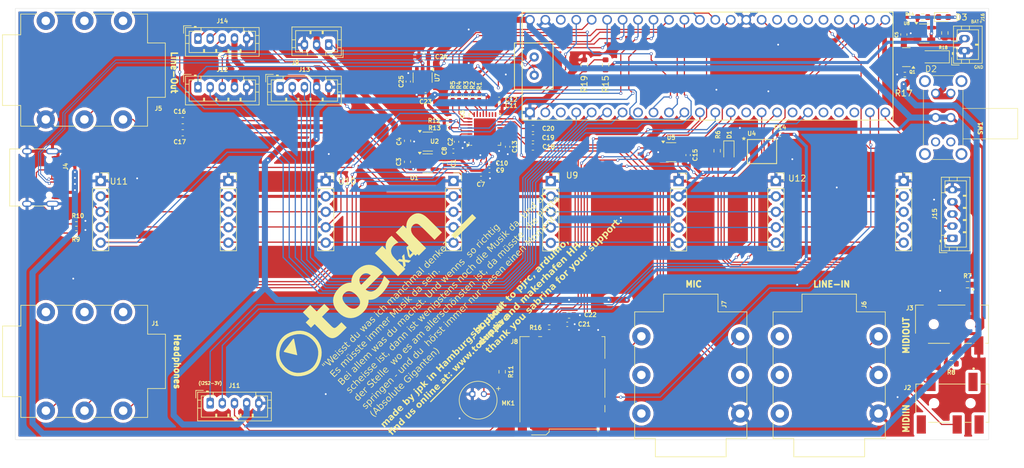
<source format=kicad_pcb>
(kicad_pcb (version 20240108) (generator "pcbnew") (generator_version "8.0")
  (layers (0 "F.Cu" signal) (1 "In1.Cu" signal) (2 "In2.Cu" signal) (31 "B.Cu" signal) (34 "B.Paste" user) (35 "F.Paste" user) (36 "B.SilkS" user "B.Silkscreen") (37 "F.SilkS" user "F.Silkscreen") (38 "B.Mask" user) (39 "F.Mask" user) (44 "Edge.Cuts" user))
  (net 0 "")
  (net 1 "GND")
  (net 2 "+3.3VA")
  (net 3 "+1V8")
  (net 4 "+5V")
  (net 5 "Net-(U1-BP)")
  (net 6 "Net-(U2-BP)")
  (net 7 "+3.3V")
  (net 8 "Net-(U3-VAG)")
  (net 9 "Net-(C16-Pad2)")
  (net 10 "Net-(U3-LINEOUT_R)")
  (net 11 "Net-(U3-LINEOUT_L)")
  (net 12 "Net-(C17-Pad2)")
  (net 13 "Net-(C18-Pad1)")
  (net 14 "LINEIN_R")
  (net 15 "Net-(C19-Pad1)")
  (net 16 "LINEIN_L")
  (net 17 "Net-(C20-Pad1)")
  (net 18 "MIC")
  (net 19 "Net-(U7-BP)")
  (net 20 "Net-(D1-A)")
  (net 21 "Net-(D1-K)")
  (net 24 "Net-(U3-HP_L)")
  (net 25 "Net-(U3-HP_R)")
  (net 26 "Net-(U3-HP_VGND)")
  (net 29 "Net-(J2-Pad3)")
  (net 32 "Net-(J3-Pad2)")
  (net 34 "Net-(J3-Pad3)")
  (net 35 "VBAT")
  (net 36 "D+")
  (net 37 "D-")
  (net 39 "Net-(J4-CC1)")
  (net 41 "Net-(J4-CC2)")
  (net 49 "Net-(MK1-+)")
  (net 52 "12_MISO_MQSL")
  (net 53 "10_CS_MQSR")
  (net 55 "14_A0_TX3_SPDIF_OUT")
  (net 57 "7_RX2_OUT1A")
  (net 58 "17_A3_TX4_SDA1")
  (net 59 "27_A13_SCK1")
  (net 60 "19_A5_SCL")
  (net 61 "18_A4_SDA")
  (net 62 "24_A10_TX6_SCL2")
  (net 63 "25_A11_RX6_SDA2")
  (net 64 "5_IN2")
  (net 65 "15_A1_RX3_SPDIF_IN")
  (net 66 "22_A8_CTX1")
  (net 67 "3_LRCLK2")
  (net 68 "4_BCLK2")
  (net 69 "2_OUT2")
  (net 70 "9_OUT1C")
  (net 71 "16_A2_RX4_SCL1")
  (net 72 "41_A17")
  (net 73 "33_MCLK2")
  (net 74 "32_OUT1B")
  (net 75 "Net-(U3-SYS_MCLK)")
  (net 76 "11_MOSI_CTX1")
  (net 77 "23_A9_CRX1_MCLK1")
  (net 78 "Net-(U3-I2S_LRCLK)")
  (net 79 "Net-(U3-I2S_SCLK)")
  (net 80 "Net-(U3-I2S_DOUT)")
  (net 81 "13_SCK_LED")
  (net 82 "Net-(U3-I2S_DIN)")
  (net 83 "Net-(R7-Pad1)")
  (net 84 "MICBIAS")
  (net 92 "Net-(U5-Pad3)")
  (net 93 "28_RX7")
  (net 94 "6_OUT1D")
  (net 95 "38_CS1_IN1")
  (net 96 "20_A6_TX5_LRCLK1")
  (net 97 "37_CS")
  (net 98 "40_A16")
  (net 99 "0_RX1_CRX2_CS1")
  (net 101 "36_CS")
  (net 102 "1_TX1_CTX2_MISO1")
  (net 103 "21_A7_RX5_BCLK1")
  (net 104 "26_A12_MOSI1")
  (net 105 "34_RX8")
  (net 107 "8_TX2_IN1")
  (net 108 "39_MISO1_OUT1A")
  (net 109 "30_CRX3")
  (net 110 "31_CTX3")
  (net 111 "35_TX8")
  (net 112 "29_TX7")
  (net 115 "VBUS")
  (net 116 "Net-(D2-K)")
  (net 117 "Net-(D3-K)")
  (net 118 "Net-(U8-STAT)")
  (net 119 "Net-(U8-PROG)")
  (footprint "Diode_SMD:D_SOD-123" (layer "F.Cu") (at 182.15 33 180)
    (property "Reference" "D2")
    (property "Value" "MBR0540")
  )
  (footprint "Resistor_SMD:R_0603_1608Metric" (layer "F.Cu") (at 124.5 34.325 -90)
    (property "Reference" "R19")
    (property "Value" "15k")
  )
  (footprint "Sensor_Audio:POM-2244P-C3310-2-R" (layer "F.Cu") (at 106.1 88.5)
    (property "Reference" "MK1")
    (property "Value" "Microphone_Condenser")
  )
  (footprint "Capacitor_SMD:C_0402_1005Metric" (layer "F.Cu") (at 102.98 48.5)
    (property "Reference" "C8")
    (property "Value" "1u")
  )
  (footprint "Resistor_SMD:R_0603_1608Metric" (layer "F.Cu") (at 111 84.825 -90)
    (property "Reference" "R11")
    (property "Value" "2k2")
  )
  (footprint "Capacitor_SMD:C_0402_1005Metric" (layer "F.Cu") (at 95.565 37.0725 90)
    (property "Reference" "C25")
    (property "Value" "1u")
  )
  (footprint "Resistor_SMD:R_0402_1005Metric" (layer "F.Cu") (at 101.99 43.54)
    (property "Reference" "R12")
    (property "Value" "10k")
  )
  (footprint "Connector_JST:JST_PH_B5B-PH-K_1x05_P2.00mm_Vertical" (layer "F.Cu") (at 185 62.865836 90)
    (property "Reference" "J15")
    (property "Value" "Conn_01x05")
  )
  (footprint "Capacitor_SMD:C_0603_1608Metric" (layer "F.Cu") (at 58.5 43.5 180)
    (property "Reference" "C16")
    (property "Value" "10u")
  )
  (footprint "Resistor_SMD:R_0603_1608Metric" (layer "F.Cu") (at 187.5 70.5)
    (property "Reference" "R7")
    (property "Value" "220R")
  )
  (footprint "Connector_JST:JST_PH_B5B-PH-K_1x05_P2.00mm_Vertical" (layer "F.Cu") (at 63 90)
    (property "Reference" "J11")
    (property "Value" "Conn_01x05")
  )
  (footprint "Capacitor_SMD:C_0603_1608Metric" (layer "F.Cu") (at 116.055 47.85 180)
    (property "Reference" "C18")
    (property "Value" "10u")
  )
  (footprint "Connector_USB:USB_C_Receptacle_HRO_TYPE-C-31-M-12" (layer "F.Cu") (at 33.95 52.86 -90)
    (property "Reference" "J4")
    (property "Value" "USB_C_Receptacle_USB2.0")
  )
  (footprint "Resistor_SMD:R_0402_1005Metric" (layer "F.Cu") (at 103.92 39.51 -90)
    (property "Reference" "R4")
    (property "Value" "22R")
  )
  (footprint "Connector_PinSocket_2.54mm:DuppaI2CEncoderV2.1" (layer "F.Cu") (at 80 46.005)
    (property "Reference" "U10")
    (property "Value" "01x05 Connector_PinSocket_2.54mm" (hide yes))
  )
  (footprint "Capacitor_SMD:C_0603_1608Metric" (layer "F.Cu") (at 177.03 29.335 90)
    (property "Reference" "C5")
    (property "Value" "10u")
  )
  (footprint "Connector_JST:JST_PH_B5B-PH-K_1x05_P2.00mm_Vertical" (layer "F.Cu") (at 61 38)
    (property "Reference" "J12")
    (property "Value" "Conn_01x05")
  )
  (footprint "Resistor_SMD:R_0402_1005Metric" (layer "F.Cu") (at 101.99 44.68)
    (property "Reference" "R13")
    (property "Value" "10k")
  )
  (footprint "Capacitor_SMD:C_0402_1005Metric" (layer "F.Cu") (at 121.7 77.02 180)
    (property "Reference" "C21")
    (property "Value" "100n")
  )
  (footprint "Capacitor_SMD:C_0402_1005Metric" (layer "F.Cu") (at 101.6175 50.39 -90)
    (property "Reference" "C1")
    (property "Value" "1u")
  )
  (footprint "Package_TO_SOT_SMD:SOT-23-6" (layer "F.Cu") (at 138.77 48.69)
    (property "Reference" "U5")
    (property "Value" "74LVC2G14")
  )
  (footprint "Capacitor_SMD:C_0402_1005Metric" (layer "F.Cu") (at 110.5 40)
    (property "Reference" "C12")
    (property "Value" "1u")
  )
  (footprint "Package_TO_SOT_SMD:SOT-23-5" (layer "F.Cu") (at 98.75842 50.53552)
    (property "Reference" "U1")
    (property "Value" "SPX3819M5-L-3-3")
  )
  (footprint "Capacitor_SMD:C_0603_1608Metric" (layer "F.Cu") (at 116.07 46.31 180)
    (property "Reference" "C19")
    (property "Value" "10u")
  )
  (footprint "Capacitor_SMD:C_0603_1608Metric" (layer "F.Cu") (at 122 75.5)
    (property "Reference" "C22")
    (property "Value" "10u")
  )
  (footprint "Resistor_SMD:R_0402_1005Metric" (layer "F.Cu") (at 106.14 39.51 -90)
    (property "Reference" "R2")
    (property "Value" "22R")
  )
  (footprint "myLibKicad:5pin SO6_TOS" (layer "F.Cu") (at 153.7183 48.59)
    (property "Reference" "U4")
    (property "Value" "TLP2361V4_E")
  )
  (footprint "Resistor_SMD:R_0402_1005Metric" (layer "F.Cu") (at 107.23 39.51 -90)
    (property "Reference" "R1")
    (property "Value" "22R")
  )
  (footprint "Connector_JST:JST_PH_B3B-PH-K_1x03_P2.00mm_Vertical" (layer "F.Cu") (at 82.5 31 180)
    (property "Reference" "J9")
    (property "Value" "Conn_01x03")
  )
  (footprint "Capacitor_SMD:C_0402_1005Metric" (layer "F.Cu") (at 111.9 47.8 -90)
    (property "Reference" "C13")
    (property "Value" "150n")
  )
  (footprint "Package_TO_SOT_SMD:SOT-23-5" (layer "F.Cu") (at 180.3925 29.155)
    (property "Reference" "U8")
    (property "Value" "MCP73831-3-OT")
  )
  (footprint "Connector_Audio:Jack_6.35mm_Neutrik_NMJ6HCD2_Horizontal" (layer "F.Cu") (at 150.12 79 -90)
    (property "Reference" "J7")
    (property "Value" "AudioJack3_Switch")
  )
  (footprint "myLibKicad:CUI_SJ2-35863B1-SMT-TR" (layer "F.Cu") (at 184.95 77 180)
    (property "Reference" "J3")
    (property "Value" "CUI_SJ2-35863B1-SMT-TR")
  )
  (footprint "Capacitor_SMD:C_0402_1005Metric" (layer "F.Cu") (at 156.69 45.76)
    (property "Reference" "C14")
    (property "Value" "100n")
  )
  (footprint "LED_SMD:LED_0603_1608Metric" (layer "F.Cu") (at 183.53 26.46)
    (property "Reference" "D3")
    (property "Value" "LED")
  )
  (footprint "Resistor_SMD:R_0402_1005Metric" (layer "F.Cu") (at 41.01 60.5)
    (property "Reference" "R10")
    (property "Value" "5.1k")
  )
  (footprint "Connector_PinSocket_2.54mm:DuppaI2CEncoderV2.1" (layer "F.Cu") (at 117 46.04)
    (property "Reference" "U9")
    (property "Value" "01x05 Connector_PinSocket_2.54mm" (hide yes))
  )
  (footprint "Package_TO_SOT_SMD:SOT-23-5" (layer "F.Cu") (at 97.93 36.4225 -90)
    (property "Reference" "U7")
    (property "Value" "SPX3819M5-L-3-3")
  )
  (footprint "Resistor_SMD:R_0603_1608Metric" (layer "F.Cu") (at 184.825 83.5 180)
    (property "Reference" "R8")
    (property "Value" "220R")
  )
  (footprint "Resistor_SMD:R_0402_1005Metric" (layer "F.Cu") (at 41.01 62)
    (property "Reference" "R9")
    (property "Value" "5.1k")
  )
  (footprint "Capacitor_SMD:C_0603_1608Metric" (layer "F.Cu") (at 116.065 44.79 180)
    (property "Reference" "C20")
    (property "Value" "10u")
  )
  (footprint "myLibKicad:CUI_SJ2-35863B1-SMT-TR" (layer "F.Cu") (at 185 90 180)
    (property "Reference" "J2")
    (property "Value" "CUI_SJ2-35863B1-SMT-TR")
  )
  (footprint "Connector_Audio:Jack_6.35mm_Neutrik_NMJ6HCD2_Horizontal" (layer "F.Cu") (at 48.68102 43.307339 180)
    (property "Reference" "J5")
    (property "Value" "AudioJack3_Switch")
  )
  (footprint "Capacitor_SMD:C_0603_1608Metric" (layer "F.Cu") (at 95.45 46.825 -90)
    (property "Reference" "C4")
    (property "Value" "10u")
  )
  (footprint "Capacitor_SMD:C_0603_1608Metric" (layer "F.Cu") (at 58.5 45.5 180)
    (property "Reference" "C17")
    (property "Value" "10u")
  )
  (footprint "Resistor_SMD:R_0402_1005Metric" (layer "F.Cu") (at 118.73 77.5 180)
    (property "Reference" "R16")
    (property "Value" "10k")
  )
  (footprint "Capacitor_SMD:C_0402_1005Metric" (layer "F.Cu") (at 141.5675 49.17 -90)
    (property "Reference" "C15")
    (property "Value" "100n")
  )
  (footprint "Package_TO_SOT_SMD:SOT-23" (layer "F.Cu") (at 177.4375 33.055 180)
    (property "Reference" "Q1")
    (property "Value" "DMG3415")
  )
  (footprint "Connector_JST:JST_PH_B2B-PH-K_1x02_P2.00mm_Vertical" (layer "F.Cu") (at 187 32 90)
    (property "Reference" "J16")
    (property "Value" "BATTERY")
  )
  (footprint "Resistor_SMD:R_0402_1005Metric" (layer "F.Cu") (at 102.87 39.51 -90)
    (property "Reference" "R5")
    (property "Value" "22R")
  )
  (footprint "Package_TO_SOT_SMD:SOT-23-5" (layer "F.Cu") (at 98.77 46.95)
    (property "Reference" "U2")
    (property "Value" "SPX3819M5-L-1-8")
  )
  (footprint "Resistor_SMD:R_0402_1005Metric" (layer "F.Cu") (at 105.05 39.51 -90)
    (property "Reference" "R3")
    (property "Value" "22R")
  )
  (footprint "Diode_SMD:D_SOD-323F" (layer "F.Cu") (at 148.276528 48.447164 -90)
    (property "Reference" "D1")
    (property "Value" "BAT54J")
  )
  (footprint "Resistor_SMD:R_0402_1005Metric" (layer "F.Cu") (at 177.2 35.92)
    (property "Reference" "R17")
    (property "Value" "10k")
  )
  (footprint "Resistor_SMD:R_0603_1608Metric" (layer "F.Cu") (at 180.14 26.46 180)
    (property "Reference" "R14")
    (property "Value" "2k")
  )
  (footprint "Connector_JST:JST_PH_B5B-PH-K_1x05_P2.00mm_Vertical" (layer "F.Cu") (at 74.5 38)
    (property "Reference" "J13")
    (property "Value" "Conn_01x05")
  )
  (footprint "Connector_PinSocket_2.54mm:DuppaI2CEncoderV2.1" (layer "F.Cu") (at 43 46.005)
    (property "Reference" "U11")
    (property "Value" "01x05 Connector_PinSocket_2.54mm" (hide yes))
  )
  (footprint "Capacitor_SMD:C_0603_1608Metric" (layer "F.Cu") (at 98.105 33.0225 180)
    (property "Reference" "C24")
    (property "Value" "10u")
  )
  (footprint "Capacitor_SMD:C_0603_1608Metric" (layer "F.Cu") (at 95.443778 50.283225 -90)
    (property "Reference" "C3")
    (property "Value" "10u")
  )
  (footprint "Package_DFN_QFN:QFN-32-1EP_5x5mm_P0.5mm_EP3.6x3.6mm" (layer "F.Cu") (at 108.16 44.95 90)
    (property "Reference" "U3")
    (property "Value" "SGTL5000XNBA3")
  )
  (footprint "Connector_Card:microSD_HC_Hirose_DM3BT-DSF-PEJS" (layer "F.Cu") (at 120.9 86.925)
    (property "Reference" "J8")
    (property "Value" "Micro_SD_Card")
  )
  (footprint "Capacitor_SMD:C_0402_1005Metric" (layer "F.Cu") (at 110.5 41)
    (property "Reference" "C11")
    (property "Value" "100n")
  )
  (footprint "Resistor_SMD:R_0603_1608Metric" (layer "F.Cu") (at 183.77 29.075 90)
    (property "Reference" "R18")
    (property "Value" "2k")
  )
  (footprint "myLibKicad:EG2219" (layer "F.Cu") (at 184.75 47 90)
    (property "Reference" "SW1")
    (property "Value" "EG2219" (hide yes))
  )
  (footprint "Capacitor_SMD:C_0402_1005Metric" (layer "F.Cu") (at 108.88 50.52)
    (property "Reference" "C10")
    (property "Value" "100n")
  )
  (footprint "Connector_Audio:Jack_6.35mm_Neutrik_NMJ6HCD2_Horizontal" (layer "F.Cu") (at 172.875 79 -90)
    (property "Reference" "J6")
    (property "Value" "AudioJack3_Switch")
  )
  (footprint "Capacitor_SMD:C_0402_1005Metric" (layer "F.Cu") (at 103.5 46.98 -90)
    (property "Reference" "C2")
    (property "Value" "1u")
  )
  (footprint "Connector_JST:JST_PH_B5B-PH-K_1x05_P2.00mm_Vertical" (layer "F.Cu") (at 61 30)
    (property "Reference" "J14")
    (property "Value" "Conn_01x05")
  )
  (footprint "Capacitor_SMD:C_0402_1005Metric" (layer "F.Cu") (at 98.415 39.2325 180)
    (property "Reference" "C23")
    (property "Value" "1u")
  )
  (footprint "Resistor_SMD:R_0603_1608Metric" (layer "F.Cu") (at 128 34.325 90)
    (property "Reference" "R15")
    (property "Value" "10k")
  )
  (footprint "Capacitor_SMD:C_0402_1005Metric" (layer "F.Cu") (at 107.52 53)
    (property "Reference" "C7")
    (property "Value" "1u")
  )
  (footprint "Connector_PinSocket_2.54mm:DuppaI2CEncoderV2.1" (layer "F.Cu") (at 154 46.005)
    (property "Reference" "U12")
    (property "Value" "01x05 Connector_PinSocket_2.54mm" (hide yes))
  )
  (footprint "myLibKicad:Teensy41" (layer "F.Cu") (at 144.77 34.53)
    (property "Reference" "U6" (hide yes))
    (property "Value" "Teensy4.1" (hide yes))
  )
  (footprint "Resistor_SMD:R_0603_1608Metric" (layer "F.Cu") (at 146.34 48.46 -90)
    (property "Reference" "R6")
    (property "Value" "220R")
  )
  (footprint "Capacitor_SMD:C_0402_1005Metric" (layer "F.Cu") (at 108.92 51.68)
    (property "Reference" "C9")
    (property "Value" "1u")
  )
  (footprint "Connector_Audio:Jack_6.35mm_Neutrik_NMJ6HCD2_Horizontal" (layer "F.Cu") (at 48.7 91.23 180)
    (property "Reference" "J1")
    (property "Value" "AudioJack3_Switch")
  )
  (gr_line (start 99.25 89.75) (end 104.75 84.25) (stroke (width 0.2)) (layer "F.SilkS"))
  (gr_poly (pts (xy 77.200694 81.981665) (xy 75.200694 81.481665) (xy 76.700694 79.481665)) (stroke (width 0.2)) (fill solid) (layer "F.SilkS"))
  (gr_rect (start 30.98 25.04) (end 190.98 96) (stroke (width 0.05)) (fill none) (layer "Edge.Cuts"))
  (gr_text "shoutout to pjrc, arduino, \nduppa and makerhafen HH. \nthank you sabrina for your support." (at 105.5 78.5 45) (layer "F.SilkS") (effects (font (size 1.1 1.1) (thickness 0.2032) (bold yes)) (justify left top)))
  (gr_text "○tœrn_" (at 77.200694 87.481665 45) (layer "F.SilkS") (effects (font (size 7 7) (thickness 0.3) (bold yes)) (justify left bottom)))
  (gr_text "MIDIIN" (at 178 95 90) (layer "F.SilkS") (effects (font (size 1 1) (thickness 0.25) (bold yes)) (justify left bottom)))
  (gr_text "{dblquote}Weisst du was ich manchmal denke? \nEs müsste immer Musik da sein. \nBei allem was du machst. Und wenns  so richtig \nscheisse ist, dann ist wenigstens noch die Musik da. Und an \nder Stelle  wo es am allerschönsten ist, da müsste  die Platte \nspringen - und du  hörst immer nur diesen einen Moment.{dblquote}\n(Absolute Giganten)\n" (at 90 92.5 45) (layer "F.SilkS") (effects (font (size 1.1 1.1) (thickness 0.1)) (justify left bottom)))
  (gr_text "MIC" (at 141 71 0) (layer "F.SilkS") (effects (font (size 1 1) (thickness 0.25) (bold yes)) (justify left bottom)))
  (gr_text "MIDIOUT" (at 178 82 90) (layer "F.SilkS") (effects (font (size 1 1) (thickness 0.25) (bold yes)) (justify left bottom)))
  (gr_text "Line-Out" (at 56.5 32 270) (layer "F.SilkS") (effects (font (size 1 1) (thickness 0.25) (bold yes)) (justify left bottom)))
  (gr_text "LINE-IN" (at 162 71 0) (layer "F.SilkS") (effects (font (size 1 1) (thickness 0.25) (bold yes)) (justify left bottom)))
  (gr_text "x4" (at 95 68 45) (layer "F.SilkS") (effects (font (size 2 2) (thickness 0.2) (bold yes)) (justify left bottom)))
  (gr_text "Headphones" (at 57 78.5 270) (layer "F.SilkS") (effects (font (size 1 1) (thickness 0.25) (bold yes)) (justify left bottom)))
  (gr_text "made by jpk in Hamburg, st.pauli.\nfind us online at: www.toern.live" (at 93 95.5 45) (layer "F.SilkS") (effects (font (size 1.0668 1.0668) (thickness 0.2667) (bold yes)) (justify left bottom)))
  (gr_text "GND" (at 188.5 35 0) (layer "F.SilkS") (effects (font (size 0.5 0.5) (thickness 0.1)) (justify left bottom)))
  (gr_text "BAT+" (at 188 27.5 0) (layer "F.SilkS") (effects (font (size 0.5 0.5) (thickness 0.1)) (justify left bottom)))
  (gr_text "(I2S2-3V)" (at 61 87 0) (layer "F.SilkS") (effects (font (size 0.5 0.5) (thickness 0.125) (bold yes)) (justify left bottom)))
  (segment (start 141.5675 49.65) (end 141.5675 50.4175) (width 0.2) (layer "F.Cu") (net 1))
  (segment (start 110.17 51.68) (end 110.18 51.69) (width 0.2) (layer "F.Cu") (net 1))
  (segment (start 123.625 79.3) (end 123.66 79.265) (width 0.5) (layer "F.Cu") (net 1))
  (segment (start 105.5 47.5) (end 106.31 47.5) (width 0.2) (layer "F.Cu") (net 1))
  (segment (start 156.21 46.46) (end 156.24 46.49) (width 0.2) (layer "F.Cu") (net 1))
  (segment (start 141.5675 50.4175) (end 141.59 50.44) (width 0.2) (layer "F.Cu") (net 1))
  (segment (start 95.825553 51.44) (end 95.443778 51.058225) (width 0.5) (layer "F.Cu") (net 1))
  (segment (start 105.3 46.2) (end 105.71 46.2) (width 0.2) (layer "F.Cu") (net 1))
  (segment (start 109.41 46.2) (end 108.16 44.95) (width 0.2) (layer "F.Cu") (net 1))
  (segment (start 42 60.5) (end 41.53 60.5) (width 0.2) (layer "F.Cu") (net 1))
  (segment (start 110.095614 48.5) (end 109.41 47.814386) (width 0.2) (layer "F.Cu") (net 1))
  (segment (start 96.5425 46.95) (end 96.5325 46.94) (width 0.5) (layer "F.Cu") (net 1))
  (segment (start 96.9475 39.2325) (end 96.94 39.24) (width 0.5) (layer "F.Cu") (net 1))
  (segment (start 123.66 79.265) (end 123.66 78) (width 0.5) (layer "F.Cu") (net 1))
  (segment (start 177.59 28.56) (end 178.16 29.13) (width 0.5) (layer "F.Cu") (net 1))
  (segment (start 115.85 42.15) (end 115.56 42.15) (width 0.2) (layer "F.Cu") (net 1))
  (segment (start 122.795 75.52) (end 123.78 75.52) (width 0.5) (layer "F.Cu") (net 1))
  (segment (start 107.41 49.18) (end 107.42 49.19) (width 0.2) (layer "F.Cu") (net 1))
  (segment (start 95.8725 47.6) (end 96.5325 46.94) (width 0.5) (layer "F.Cu") (net 1))
  (segment (start 35.955 43.335) (end 35.955 43.455) (width 0.2) (layer "F.Cu") (net 1))
  (segment (start 97.33 33.44) (end 97.94 34.05) (width 0.5) (layer "F.Cu") (net 1))
  (segment (start 111.9 49) (end 111.92 49.02) (width 0.2) (layer "F.Cu") (net 1))
  (segment (start 42.5 60) (end 42 60.5) (width 0.2) (layer "F.Cu") (net 1))
  (segment (start 110.5 48.5) (end 110.095614 48.5) (width 0.2) (layer "F.Cu") (net 1))
  (segment (start 104.5 48) (end 104 48.5) (width 0.5) (layer "F.Cu") (net 1))
  (segment (start 42.01 61.99) (end 42.5 61.5) (width 0.2) (layer "F.Cu") (net 1))
  (segment (start 97.6325 46.95) (end 96.5425 46.95) (width 0.5) (layer "F.Cu") (net 1))
  (segment (start 183.77 29.9) (end 182.89 29.9) (width 0.5) (layer "F.Cu") (net 1))
  (segment (start 136.65 48.69) (end 137.6325 48.69) (width 0.2) (layer "F.Cu") (net 1))
  (segment (start 156.21 45.76) (end 156.21 46.46) (width 0.2) (layer "F.Cu") (net 1))
  (segment (start 157.16 49.86) (end 158.69 49.86) (width 0.2) (layer "F.Cu") (net 1))
  (segment (start 104.847429 46.652571) (end 105.3 46.2) (width 0.2) (layer "F.Cu") (net 1))
  (segment (start 95.45 47.6) (end 95.8725 47.6) (width 0.5) (layer "F.Cu") (net 1))
  (segment (start 95.565 36.5925) (end 95.565 35.685) (width 0.5) (layer "F.Cu") (net 1))
  (segment (start 177.03 28.56) (end 177.59 28.56) (width 0.5) (layer "F.Cu") (net 1))
  (segment (start 126.775 77.95) (end 126.775 79.2) (width 0.5) (layer "F.Cu") (net 1))
  (segment (start 109.41 47.4) (end 109.41 46.2) (width 0.2) (layer "F.Cu") (net 1))
  (segment (start 109.4 51.68) (end 110.17 51.68) (width 0.2) (layer "F.Cu") (net 1))
  (segment (start 158.69 49.86) (end 158.7 49.85) (width 0.2) (layer "F.Cu") (net 1))
  (segment (start 107.41 47.4) (end 107.41 49.18) (width 0.2) (layer "F.Cu") (net 1))
  (segment (start 106.31 47.5) (end 106.41 47.4) (width 0.2) (layer "F.Cu") (net 1))
  (segment (start 96.3925 51.44) (end 96.3925 50.82104) (width 0.5) (layer "F.Cu") (net 1))
  (segment (start 96.3925 50.82104) (end 96.67802 50.53552) (width 0.5) (layer "F.Cu") (net 1))
  (segment (start 97.33 33.0225) (end 97.33 33.44) (width 0.5) (layer "F.Cu") (net 1))
  (segment (start 95.565 35.685) (end 95.57 35.68) (width 0.5) (layer "F.Cu") (net 1))
  (segment (start 178.185 29.155) (end 178.16 29.13) (width 0.5) (layer "F.Cu") (net 1))
  (segment (start 110.17 50.55) (end 109.39 50.55) (width 0.2) (layer "F.Cu") (net 1))
  (segment (start 176.69 35.92) (end 175.95 35.92) (width 0.2) (layer "F.Cu") (net 1))
  (segment (start 97.93 34.06) (end 97.94 34.05) (width 0.5) (layer "F.Cu") (net 1))
  (segment (start 104 48.5) (end 103.46 48.5) (width 0.5) (layer "F.Cu") (net 1))
  (segment (start 179.255 29.155) (end 178.185 29.155) (width 0.5) (layer "F.Cu") (net 1))
  (segment (start 103.96 47.46) (end 103.5 47.46) (width 0.5) (layer "F.Cu") (net 1))
  (segment (start 101.6175 50.87) (end 104.157866 50.87) (width 0.2) (layer "F.Cu") (net 1))
  (segment (start 110.956134 41) (end 111.73147 41) (width 0.2) (layer "F.Cu") (net 1))
  (segment (start 109.41 47.814386) (end 109.41 47.12) (width 0.2) (layer "F.Cu") (net 1))
  (segment (start 96.67802 50.53552) (end 97.62092 50.53552) (width 0.5) (layer "F.Cu") (net 1))
  (segment (start 110.98 40) (end 112.5 40) (width 0.2) (layer "F.Cu") (net 1))
  (segment (start 97.935 39.2325) (end 96.9475 39.2325) (width 0.5) (layer "F.Cu") (net 1))
  (segment (start 124.5 33.5) (end 115.85 42.15) (width 0.2) (layer "F.Cu") (net 1))
  (segment (start 104.847429 47.05) (end 104.847429 46.652571) (width 0.2) (layer "F.Cu") (net 1))
  (segment (start 104.157866 50.87) (end 105.318578 52.030712) (width 0.2) (layer "F.Cu") (net 1))
  (segment (start 111.73147 41) (end 112.115735 40.615735) (width 0.2) (layer "F.Cu") (net 1))
  (segment (start 111.9 48.28) (end 111.9 49) (width 0.2) (layer "F.Cu") (net 1))
  (segment (start 97.93 35.285) (end 97.93 34.06) (width 0.5) (layer "F.Cu") (net 1))
  (segment (start 182.89 29.9) (end 182.88 29.91) (width 0.5) (layer "F.Cu") (net 1))
  (segment (start 122.18 77.02) (end 122.9 77.02) (width 0.5) (layer "F.Cu") (net 1))
  (segment (start 104.847429 47.05) (end 104.86 47.05) (width 0.2) (layer "F.Cu") (net 1))
  (segment (start 104.5 48) (end 103.96 47.46) (width 0.5) (layer "F.Cu") (net 1))
  (segment (start 175.95 35.92) (end 175.94 35.91) (width 0.2) (layer "F.Cu") (net 1))
  (segment (start 109 53) (end 108 53) (width 0.2) (layer "F.Cu") (net 1))
  (segment (start 101.6475 50.9) (end 101.6175 50.87) (width 0.2) (layer "F.Cu") (net 1))
  (segment (start 41.45 61.99) (end 42.01 61.99) (width 0.2) (layer "F.Cu") (net 1))
  (segment (start 105.71 46.2) (end 105.71 46.7) (width 0.2) (layer "F.Cu") (net 1))
  (segment (start 96.3925 51.44) (end 95.825553 51.44) (width 0.5) (layer "F.Cu") (net 1))
  (via (at 95.57 35.68) (size 0.5) (drill 0.3) (layers "F.Cu" "B.Cu") (net 1))
  (via (at 111.6 35.91) (size 0.5) (drill 0.3) (layers "F.Cu" "B.Cu") (net 1))
  (via (at 111.92 49.02) (size 0.5) (drill 0.3) (layers "F.Cu" "B.Cu") (net 1))
  (via (at 107.42 49.19) (size 0.5) (drill 0.3) (layers "F.Cu" "B.Cu") (net 1))
  (via (at 97.94 34.05) (size 0.5) (drill 0.3) (layers "F.Cu" "B.Cu") (net 1))
  (via (at 123.626208 77.95) (size 0.5) (drill 0.3) (layers "F.Cu" "B.Cu") (net 1))
  (via (at 51 53) (size 0.5) (drill 0.3) (layers "F.Cu" "B.Cu") (net 1))
  (via (at 126.775 77.95) (size 0.5) (drill 0.3) (layers "F.Cu" "B.Cu") (net 1))
  (via (at 105.5 47.5) (size 0.5) (drill 0.3) (layers "F.Cu" "B.Cu") (net 1))
  (via (at 82 88.5) (size 0.5) (drill 0.3) (layers "F.Cu" "B.Cu") (net 1))
  (via (at 40.5 69.5) (size 0.5) (drill 0.3) (layers "F.Cu" "B.Cu") (net 1))
  (via (at 141.59 50.44) (size 0.5) (drill 0.3) (layers "F.Cu" "B.Cu") (net 1))
  (via (at 105.5 34.05) (size 0.5) (drill 0.3) (layers "F.Cu" "B.Cu") (net 1))
  (via (at 104.5 48) (size 0.5) (drill 0.3) (layers "F.Cu" "B.Cu") (net 1))
  (via (at 112.115735 40.615735) (size 0.6) (drill 0.3) (layers "F.Cu" "B.Cu") (net 1))
  (via (at 159.5 70.5) (size 0.5) (drill 0.3) (layers "F.Cu" "B.Cu") (net 1))
  (via (at 146.22 38.42) (size 0.5) (drill 0.3) (layers "F.Cu" "B.Cu") (net 1))
  (via (at 123.78 75.52) (size 0.5) (drill 0.3) (layers "F.Cu" "B.Cu") (net 1))
  (via (at 154.76 38.68) (size 0.5) (drill 0.3) (layers "F.Cu" "B.Cu") (net 1))
  (via (at 42.5 61.5) (size 0.5) (drill 0.3) (layers "F.Cu" "B.Cu") (net 1))
  (via (at 150.08 44.72) (size 0.5) (drill 0.3) (layers "F.Cu" "B.Cu") (net 1))
  (via (at 42.5 60) (size 0.5) (drill 0.3) (layers "F.Cu" "B.Cu") (net 1))
  (via (at 156.37 31) (size 0.5) (drill 0.3) (layers "F.Cu" "B.Cu") (net 1))
  (via (at 82.5 49) (size 0.5) (drill 0.3) (layers "F.Cu" "B.Cu") (net 1))
  (via (at 96.5325 46.94) (size 0.5) (drill 0.3) (layers "F.Cu" "B.Cu") (net 1))
  (via (at 105.318578 52.030712) (size 0.5) (drill 0.3) (layers "F.Cu" "B.Cu") (net 1))
  (via (at 136.65 48.69) (size 0.5) (drill 0.3) (layers "F.Cu" "B.Cu") (net 1))
  (via (at 112.5 40) (size 0.6) (drill 0.3) (layers "F.Cu" "B.Cu") (net 1))
  (via (at 110.18 51.69) (size 0.5) (drill 0.3) (layers "F.Cu" "B.Cu") (net 1))
  (via (at 110.17 50.55) (size 0.5) (drill 0.3) (layers "F.Cu" "B.Cu") (net 1))
  (via (at 104.847429 47.05) (size 0.5) (drill 0.3) (layers "F.Cu" "B.Cu") (net 1))
  (via (at 188 69) (size 0.5) (drill 0.3) (layers "F.Cu" "B.Cu") (net 1))
  (via (at 175.94 35.91) (size 0.5) (drill 0.3) (layers "F.Cu" "B.Cu") (net 1))
  (via (at 104 92.5) (size 0.5) (drill 0.3) (layers "F.Cu" "B.Cu") (net 1))
  (via (at 178.16 29.13) (size 0.5) (drill 0.3) (layers "F.Cu" "B.Cu") (net 1))
  (via (at 166 54.5) (size 0.5) (drill 0.3) (layers "F.Cu" "B.Cu") (net 1))
  (via (at 110.5 48.5) (size 0.5) (drill 0.3) (layers "F.Cu" "B.Cu") (net 1))
  (via (at 96.94 39.24) (size 0.5) (drill 0.3) (layers "F.Cu" "B.Cu") (net 1))
  (via (at 51 62.5) (size 0.5) (drill 0.3) (layers "F.Cu" "B.Cu") (net 1))
  (via (at 183 71.5) (size 0.5) (drill 0.3) (layers "F.Cu" "B.Cu") (net 1))
  (via (at 158.7 49.85) (size 0.5) (drill 0.3) (layers "F.Cu" "B.Cu") (net 1))
  (via (at 122.92 77) (size 0.5) (drill 0.3) (layers "F.Cu" "B.Cu") (net 1))
  (via (at 105.5 28.5) (size 0.5) (drill 0.3) (layers "F.Cu" "B.Cu") (net 1))
  (via (at 130.5 59.5) (size 0.5) (drill 0.3) (layers "F.Cu" "B.Cu") (net 1))
  (via (at 182 56.5) (size 0.5) (drill 0.3) (layers "F.Cu" "B.Cu") (net 1))
  (via (at 182.88 29.91) (size 0.5) (drill 0.3) (layers "F.Cu" "B.Cu") (net 1))
  (via (at 109 53) (size 0.5) (drill 0.3) (layers "F.Cu" "B.Cu") (net 1))
  (via (at 96.3925 51.44) (size 0.5) (drill 0.3) (layers "F.Cu" "B.Cu") (net 1))
  (via (at 156.24 46.49) (size 0.5) (drill 0.3) (layers "F.Cu" "B.Cu") (net 1))
  (via (at 176 89) (size 0.5) (drill 0.3) (layers "F.Cu" "B.Cu") (net 1))
  (segment (start 139.960051 53.5) (end 140 53.460051) (width 0.2) (layer "B.Cu") (net 1))
  (segment (start 119 53.46) (end 119.04 53.5) (width 0.2) (layer "B.Cu") (net 1))
  (segment (start 100.2204 49.91) (end 101.6175 49.91) (width 0.5) (layer "F.Cu") (net 2))
  (segment (start 108.41 47.4) (end 108.41 50.51) (width 0.2) (layer "F.Cu") (net 2))
  (segment (start 104.187817 49.91) (end 101.6175 49.91) (width 0.5) (layer "F.Cu") (net 2))
  (segment (start 99.89592 49.58552) (end 100.2204 49.91) (width 0.5) (layer "F.Cu") (net 2))
  (segment (start 108.4 50.52) (end 108.4 51.64) (width 0.2) (layer "F.Cu") (net 2))
  (segment (start 105.957817 51.68) (end 104.187817 49.91) (width 0.5) (layer "F.Cu") (net 2))
  (segment (start 108.44 51.68) (end 105.957817 51.68) (width 0.5) (layer "F.Cu") (net 2))
  (segment (start 99.9075 46) (end 101.635 46) (width 0.5) (layer "F.Cu") (net 3))
  (segment (start 104.3 45.7) (end 105.71 45.7) (width 0.2) (layer "F.Cu") (net 3))
  (segment (start 101.64 46.005) (end 102.135 46.5) (width 0.2) (layer "F.Cu") (net 3))
  (segment (start 102.135 46.5) (end 103.5 46.5) (width 0.2) (layer "F.Cu") (net 3))
  (segment (start 103.5 46.5) (end 104.3 45.7) (width 0.2) (layer "F.Cu") (net 3))
  (segment (start 176.999949 55.965) (end 177 55.965051) (width 0.5) (layer "F.Cu") (net 4))
  (segment (start 139.9075 48.69) (end 141.5675 48.69) (width 0.2) (layer "F.Cu") (net 4))
  (segment (start 115.56 26.91) (end 98.86 26.91) (width 1) (layer "F.Cu") (net 4))
  (segment (start 82.09 26.91) (end 80.5 28.5) (width 1) (layer "F.Cu") (net 4))
  (segment (start 93.3525 46.05) (end 93.3425 46.06) (width 0.5) (layer "F.Cu") (net 4))
  (segment (start 80.5 31.36) (end 93.3425 44.2025) (width 1) (layer "F.Cu") (net 4))
  (segment (start 104 26.91) (end 98.86 26.91) (width 0.5) (layer "F.Cu") (net 4))
  (segment (start 185 43) (end 182.25 43) (width 0.5) (layer "F.Cu") (net 4))
  (segment (start 98.283419 49.58552) (end 98.73342 50.035521) (width 0.5) (layer "F.Cu") (net 4))
  (segment (start 80.5 28.5) (end 80.5 31.36) (width 1) (layer "F.Cu") (net 4))
  (segment (start 97.6325 47.9) (end 98.294999 47.9) (width 0.5) (layer "F.Cu") (net 4))
  (segment (start 184 79.1) (end 184.55 78.55) (width 0.5) (layer "F.Cu") (net 4))
  (segment (start 176.965051 56) (end 177 55.965051) (width 1) (layer "F.Cu") (net 4))
  (segment (start 97.62092 49.58552) (end 98.283419 49.58552) (width 0.5) (layer "F.Cu") (net 4))
  (segment (start 184 83.5) (end 184 79.1) (width 0.5) (layer "F.Cu") (net 4))
  (segment (start 103.034949 56) (end 103 55.965051) (width 0.5) (layer "F.Cu") (net 4))
  (segment (start 142.75 51.25) (end 142.75 48.98) (width 0.5) (layer "F.Cu") (net 4))
  (segment (start 98.3425 46) (end 97.6325 46) (width 0.5) (layer "F.Cu") (net 4))
  (segment (start 98.88 32.03) (end 104 26.91) (width 0.5) (layer "F.Cu") (net 4))
  (segment (start 93.3425 44.2025) (end 93.3425 46.06) (width 1) (layer "F.Cu") (net 4))
  (segment (start 93.3425 46.06) (end 93.3425 47.406947) (width 1) (layer "F.Cu") (net 4))
  (segment (start 98.186104 51.48552) (end 97.62092 51.48552) (width 0.5) (layer "F.Cu") (net 4))
  (segment (start 96.98 35.947499) (end 97.430001 36.3975) (width 0.5) (layer "F.Cu") (net 4))
  (segment (start 98.6725 36.3975) (end 98.88 36.19) (width 0.5) (layer "F.Cu") (net 4))
  (segment (start 98.745 47.449999) (end 98.745 46.4025) (width 0.5) (layer "F.Cu") (net 4))
  (segment (start 144 52) (end 143.5 52) (width 0.5) (layer "F.Cu") (net 4))
  (segment (start 98.86 26.91) (end 82.09 26.91) (width 1) (layer "F.Cu") (net 4))
  (segment (start 98.88 33.0225) (end 98.88 32.03) (width 0.5) (layer "F.Cu") (net 4))
  (segment (start 98.73342 50.035521) (end 98.73342 50.938204) (width 0.5) (layer "F.Cu") (net 4))
  (segment (start 65.999949 55.965) (end 66 55.965051) (width 0.5) (layer "F.Cu") (net 4))
  (segment (start 95.521073 49.58552) (end 97.62092 49.58552) (width 0.5) (layer "F.Cu") (net 4))
  (segment (start 66 55.965051) (end 66.034949 56) (width 1) (layer "F.Cu") (net 4))
  (segment (start 97.430001 36.3975) (end 98.6725 36.3975) (width 0.5) (layer "F.Cu") (net 4))
  (segment (start 97.6325 46) (end 95.5 46) (width 0.5) (layer "F.Cu") (net 4))
  (segment (start 156 55.965) (end 176.999949 55.965) (width 0.5) (layer "F.Cu") (net 4))
  (segment (start 96.98 35.285) (end 96.98 35.947499) (width 0.5) (layer "F.Cu") (net 4))
  (segment (start 93.3425 47.406947) (end 95.443778 49.508225) (width 1) (layer "F.Cu") (net 4))
  (segment (start 190 48) (end 185 43) (width 0.5) (layer "F.Cu") (net 4))
  (segment (start 188.95 78.55) (end 190 77.5) (width 0.5) (layer "F.Cu") (net 4))
  (segment (start 143.5 52) (end 142.75 51.25) (width 0.5) (layer "F.Cu") (net 4))
  (segment (start 98.88 33.0225) (end 98.88 35.285) (width 0.5) (layer "F.Cu") (net 4))
  (segment (start 98.88 36.19) (end 98.88 35.285) (width 0.5) (layer "F.Cu") (net 4))
  (segment (start 45 55.965) (end 65.999949 55.965) (width 0.5) (layer "F.Cu") (net 4))
  (segment (start 184.55 78.55) (end 188.95 78.55) (width 0.5) (layer "F.Cu") (net 4))
  (segment (start 142.75 48.98) (end 142.46 48.69) (width 0.5) (layer "F.Cu") (net 4))
  (segment (start 98.73342 50.938204) (end 98.186104 51.48552) (width 0.5) (layer "F.Cu") (net 4))
  (segment (start 81.999949 55.965051) (end 82 55.965) (width 0.5) (layer "F.Cu") (net 4))
  (segment (start 95.45 46.05) (end 93.3525 46.05) (width 0.5) (layer "F.Cu") (net 4))
  (segment (start 119 56) (end 103.034949 56) (width 0.5) (layer "F.Cu") (net 4))
  (segment (start 66 55.965051) (end 81.999949 55.965051) (width 0.5) (layer "F.Cu") (net 4))
  (segment (start 81.965 56) (end 82 55.965) (width 1) (layer "F.Cu") (net 4))
  (segment (start 156 55.965) (end 156.035 56) (width 1) (layer "F.Cu") (net 4))
  (segment (start 98.294999 47.9) (end 98.745 47.449999) (width 0.5) (layer "F.Cu") (net 4))
  (segment (start 142.46 48.69) (end 141.5675 48.69) (width 0.5) (layer "F.Cu") (net 4))
  (segment (start 190 77.5) (end 190 48) (width 0.5) (layer "F.Cu") (net 4))
  (segment (start 98.745 46.4025) (end 98.3425 46) (width 0.5) (layer "F.Cu") (net 4))
  (via (at 144 52) (size 0.5) (drill 0.3) (layers "F.Cu" "B.Cu") (net 4))
  (segment (start 102.965051 56) (end 103 55.965051) (width 1) (layer "B.Cu") (net 4))
  (segment (start 122.39 34.89) (end 115.56 28.06) (width 1) (layer "B.Cu") (net 4))
  (segment (start 119.000051 56.000051) (end 119 56) (width 0.5) (layer "B.Cu") (net 4))
  (segment (start 139.999949 56) (end 140 56.000051) (width 1) (layer "B.Cu") (net 4))
  (segment (start 115.56 28.06) (end 115.56 26.91) (width 1) (layer "B.Cu") (net 4))
  (segment (start 140 56.000051) (end 155.964949 56.000051) (width 0.5) (layer "B.Cu") (net 4))
  (segment (start 140 56.000026) (end 140 56.000051) (width 0.5) (layer "B.Cu") (net 4))
  (segment (start 144 52.000026) (end 140 56.000026) (width 0.5) (layer "B.Cu") (net 4))
  (segment (start 170.02 34.89) (end 122.39 34.89) (width 1) (layer "B.Cu") (net 4))
  (segment (start 182.25 43) (end 178.13 43) (width 0.5) (layer "B.Cu") (net 4))
  (segment (start 155.964949 56.000051) (end 156 55.965) (width 0.5) (layer "B.Cu") (net 4))
  (segment (start 140 56.000051) (end 119.000051 56.000051) (width 0.5) (layer "B.Cu") (net 4))
  (segment (start 102.999949 55.965) (end 103 55.965051) (width 0.5) (layer "B.Cu") (net 4))
  (segment (start 156.59 44.91) (end 149.5 52) (width 0.5) (layer "B.Cu") (net 4))
  (segment (start 149.5 52) (end 144 52) (width 0.5) (layer "B.Cu") (net 4))
  (segment (start 184.75 43) (end 182.25 43) (width 0.5) (layer "B.Cu") (net 4))
  (segment (start 176.22 44.91) (end 156.59 44.91) (width 0.5) (layer "B.Cu") (net 4))
  (segment (start 82 55.965) (end 82.035 56) (width 1) (layer "B.Cu") (net 4))
  (segment (start 144 52) (end 144 52.000026) (width 0.5) (layer "B.Cu") (net 4))
  (segment (start 178.13 43) (end 170.02 34.89) (width 1) (layer "B.Cu") (net 4))
  (segment (start 184.75 43) (end 178.13 43) (width 1) (layer "B.Cu") (net 4))
  (segment (start 178.13 43) (end 176.22 44.91) (width 0.5) (layer "B.Cu") (net 4))
  (segment (start 140 56.000051) (end 140.000051 56) (width 1) (layer "B.Cu") (net 4))
  (segment (start 155.965 56) (end 156 55.965) (width 1) (layer "B.Cu") (net 4))
  (segment (start 82 55.965) (end 102.999949 55.965) (width 0.5) (layer "B.Cu") (net 4))
  (segment (start 99.84 51.54144) (end 99.89592 51.48552) (width 0.2) (layer "F.Cu") (net 5))
  (segment (start 99.89592 51.48552) (end 99.93144 51.45) (width 0.2) (layer "F.Cu") (net 5))
  (segment (start 105.5 53) (end 107.04 53) (width 0.2) (layer "F.Cu") (net 5))
  (segment (start 99.93144 51.45) (end 103.95 51.45) (width 0.2) (layer "F.Cu") (net 5))
  (segment (start 103.95 51.45) (end 105.5 53) (width 0.2) (layer "F.Cu") (net 5))
  (segment (start 99.9075 47.9) (end 101.40255 47.9) (width 0.5) (layer "F.Cu") (net 6))
  (segment (start 102.00255 48.5) (end 102.5 48.5) (width 0.5) (layer "F.Cu") (net 6))
  (segment (start 101.40255 47.9) (end 102.00255 48.5) (width 0.5) (layer "F.Cu") (net 6))
  (segment (start 120.575 81) (end 121.425 80.15) (width 0.5) (layer "F.Cu") (net 7))
  (segment (start 79 35) (end 68.5 35) (width 1) (layer "F.Cu") (net 7))
  (segment (start 98.88 37.56) (end 98.88 39.2175) (width 0.5) (layer "F.Cu") (net 7))
  (segment (start 187.55 59.415836) (end 185 56.865836) (width 0.5) (layer "F.Cu") (net 7))
  (segment (start 110.02 40) (end 110.02 41) (width 0.5) (layer "F.Cu") (net 7))
  (segment (start 108.41 42.5) (end 108.39 42.48) (width 0.2) (layer "F.Cu") (net 7))
  (segment (start 108.39 42.48) (end 108.39 39.24) (width 0.2) (layer "F.Cu") (net 7))
  (segment (start 101.48 43.54) (end 101.48 44.68) (width 0.5) (layer "F.Cu") (net 7))
  (segment (start 117.325 78.395) (end 117.325 80.325) (width 0.5) (layer "F.Cu") (net 7))
  (segment (start 98.895 39.2325) (end 99.9175 39.2325) (width 0.5) (layer "F.Cu") (net 7))
  (segment (start 67 33.5) (end 67 30) (width 1) (layer "F.Cu") (net 7))
  (segment (start 68.5 35) (end 67 36.5) (width 1) (layer "F.Cu") (net 7))
  (segment (start 121.45 79.275) (end 121.425 79.3) (width 0.5) (layer "F.Cu") (net 7))
  (segment (start 80.5 36.5) (end 79 35) (width 1) (layer "F.Cu") (net 7))
  (segment (start 118 81) (end 120.575 81) (width 0.5) (layer "F.Cu") (net 7))
  (segment (start 121.22 77.02) (end 121.22 79.095) (width 0.5) (layer "F.Cu") (net 7))
  (segment (start 98.895 40.995) (end 98.895 39.2325) (width 0.5) (layer "F.Cu") (net 7))
  (segment (start 109.15 40) (end 108.39 39.24) (width 0.5) (layer "F.Cu") (net 7))
  (segment (start 121 73) (end 118.22 75.78) (width 0.5) (layer "F.Cu") (net 7))
  (segment (start 157.17 45.76) (end 157.17 47.31) (width 0.2) (layer "F.Cu") (net 7))
  (segment (start 101.48 43.54) (end 101.44 43.54) (width 0.5) (layer "F.Cu") (net 7))
  (segment (start 122 73) (end 121 73) (width 0.5) (layer "F.Cu") (net 7))
  (segment (start 186.25 66.25) (end 187.55 64.95) (width 0.5) (layer "F.Cu") (net 7))
  (segment (start 187.55 64.95) (end 187.55 59.415836) (width 0.5) (layer "F.Cu") (net 7))
  (segment (start 118.22 75.78) (end 118.22 77.5) (width 0.5) (layer "F.Cu") (net 7))
  (segment (start 159 45.76) (end 157.17 45.76) (width 0.5) (layer "F.Cu") (net 7))
  (segment (start 99.9175 39.2325) (end 99.93 39.22) (width 0.5) (layer "F.Cu") (net 7))
  (segment (start 75 47.5) (end 79.5 47.5) (width 1) (layer "F.Cu") (net 7))
  (segment (start 72.5 50) (end 75 47.5) (width 1) (layer "F.Cu") (net 7))
  (segment (start 121.22 75.505) (end 121.225 75.5) (width 0.5) (layer "F.Cu") (net 7))
  (segment (start 121.425 80.15) (end 121.425 79.3) (width 0.5) (layer "F.Cu") (net 7))
  (segment (start 80.5 38) (end 80.5 36.5) (width 1) (layer "F.Cu") (net 7))
  (segment (start 121.22 79.095) (end 121.425 79.3) (width 0.5) (layer "F.Cu") (net 7))
  (segment (start 161 66.25) (end 186.25 66.25) (width 0.5) (layer "F.Cu") (net 7))
  (segment (start 110.02 40) (end 109.15 40) (width 0.5) (layer "F.Cu") (net 7))
  (segment (start 121.22 77.02) (end 121.22 75.505) (width 0.5) (layer "F.Cu") (net 7))
  (segment (start 128.5 73) (end 131.5 73) (width 1) (layer "F.Cu") (net 7))
  (segment (start 67 36.5) (end 67 38) (width 1) (layer "F.Cu") (net 7))
  (segment (start 79.5 47.5) (end 80.5 46.5) (width 1) (layer "F.Cu") (net 7))
  (segment (start 117.325 80.325) (end 118 81) (width 0.5) (layer "F.Cu") (net 7))
  (segment (start 68.5 35) (end 67 33.5) (width 1) (layer "F.Cu") (net 7))
  (segment (start 101.44 43.54) (end 98.895 40.995) (width 0.5) (layer "F.Cu") (net 7))
  (segment (start 118.22 77.5) (end 117.325 78.395) (width 0.5) (layer "F.Cu") (net 7))
  (via (at 128.5 73) (size 0.5) (drill 0.3) (layers "F.Cu" "B.Cu") (net 7))
  (via (at 80.5 46.5) (size 0.5) (drill 0.3) (layers "F.Cu" "B.Cu") (net 7))
  (via (at 108.39 39.24) (size 0.5) (drill 0.3) (layers "F.Cu" "B.Cu") (net 7))
  (via (at 161 66.25) (size 0.5) (drill 0.3) (layers "F.Cu" "B.Cu") (net 7))
  (via (at 72.5 50) (size 0.5) (drill 0.3) (layers "F.Cu" "B.Cu") (net 7))
  (via (at 99.93 39.22) (size 0.5) (drill 0.3) (layers "F.Cu" "B.Cu") (net 7))
  (via (at 131.5 73) (size 0.5) (drill 0.3) (layers "F.Cu" "B.Cu") (net 7))
  (via (at 159 45.76) (size 0.5) (drill 0.3) (layers "F.Cu" "B.Cu") (net 7))
  (via (at 122 73) (size 0.5) (drill 0.3) (layers "F.Cu" "B.Cu") (net 7))
  (segment (start 161 47.76) (end 159 45.76) (width 0.5) (layer "B.Cu") (net 7))
  (segment (start 72.5 50) (end 72 50.5) (width 1) (layer "B.Cu") (net 7))
  (segment (start 70 73) (end 57 86) (width 1) (layer "B.Cu") (net 7))
  (segment (start 161 66.25) (end 159.2 68.05) (width 0.5) (layer "B.Cu") (net 7))
  (segment (start 57 92) (end 58.5 93.5) (width 1) (layer "B.Cu") (net 7))
  (segment (start 108.38 39.23) (end 108.39 39.24) (width 0.5) (layer "B.Cu") (net 7))
  (segment (start 136.338909 68.05) (end 131.5 72.888909) (width 0.5) (layer "B.Cu") (net 7))
  (segment (start 122 73) (end 123 73) (width 1) (layer "B.Cu") (net 7))
  (segment (start 58.5 93.5) (end 67.5 93.5) (width 1) (layer "B.Cu") (net 7))
  (segment (start 67.5 93.5) (end 69 92) (width 1) (layer "B.Cu") (net 7))
  (segment (start 99.93 39.22) (end 99.94 39.23) (width 0.5) (layer "B.Cu") (net 7))
  (segment (start 122 73) (end 74 73) (width 1) (layer "B.Cu") (net 7))
  (segment (start 57 92) (end 57 86) (width 1) (layer "B.Cu") (net 7))
  (segment (start 72 71) (end 70 73) (width 1) (layer "B.Cu") (net 7))
  (segment (start 80.5 46.5) (end 80.5 41.69) (width 1) (layer "B.Cu") (net 7))
  (segment (start 98.96 40.19) (end 82 40.19) (width 1) (layer "B.Cu") (net 7))
  (segment (start 69 92) (end 69 90) (width 1) (layer "B.Cu") (net 7))
  (segment (start 80.5 41.69) (end 82 40.19) (width 1) (layer "B.Cu") (net 7))
  (segment (start 72 50.5) (end 72 71) (width 1) (layer "B.Cu") (net 7))
  (segment (start 82 40.19) (end 80.5 38.69) (width 1) (layer "B.Cu") (net 7))
  (segment (start 74 73) (end 72 71) (width 1) (layer "B.Cu") (net 7))
  (segment (start 131.5 72.888909) (end 131.5 73) (width 0.5) (layer "B.Cu") (net 7))
  (segment (start 161 66.25) (end 161 47.76) (width 0.5) (layer "B.Cu") (net 7))
  (segment (start 80.5 38.69) (end 80.5 38) (width 1) (layer "B.Cu") (net 7))
  (segment (start 123 73) (end 128.5 73) (width 1) (layer "B.Cu") (net 7))
  (segment (start 159.2 68.05) (end 136.338909 68.05) (width 0.5) (layer "B.Cu") (net 7))
  (segment (start 99.93 39.22) (end 98.96 40.19) (width 1) (layer "B.Cu") (net 7))
  (segment (start 99.94 39.23) (end 108.38 39.23) (width 0.5) (layer "B.Cu") (net 7))
  (segment (start 131.5 73) (end 131.388909 73) (width 0.5) (layer "B.Cu") (net 7))
  (segment (start 111.9 47.32) (end 111.9 47.040001) (width 0.2) (layer "F.Cu") (net 8))
  (segment (start 111.059999 46.2) (end 110.61 46.2) (width 0.2) (layer "F.Cu") (net 8))
  (segment (start 111.9 47.040001) (end 111.059999 46.2) (width 0.2) (layer "F.Cu") (net 8))
  (segment (start 53 43.5) (end 57.725 43.5) (width 0.2) (layer "F.Cu") (net 9))
  (segment (start 44.638359 41) (end 50.5 41) (width 0.2) (layer "F.Cu") (net 9))
  (segment (start 50.5 41) (end 53 43.5) (width 0.2) (layer "F.Cu") (net 9))
  (segment (start 42.33102 43.307339) (end 44.638359 41) (width 0.2) (layer "F.Cu") (net 9))
  (segment (start 42.305 43.805) (end 42.305 43.335) (width 0.2) (layer "F.Cu") (net 9))
  (segment (start 87.138909 43.977052) (end 87.138909 43.5) (width 0.2) (layer "F.Cu") (net 10))
  (segment (start 112.82 46.885686) (end 112.82 51.114314) (width 0.2) (layer "F.Cu") (net 10))
  (segment (start 112.82 51.114314) (end 110.324314 53.61) (width 0.2) (layer "F.Cu") (net 10))
  (segment (start 87.138909 43.5) (end 59.275 43.5) (width 0.2) (layer "F.Cu") (net 10))
  (segment (start 111.634314 45.7) (end 112.82 46.885686) (width 0.2) (layer "F.Cu") (net 10))
  (segment (start 110.61 45.7) (end 111.634314 45.7) (width 0.2) (layer "F.Cu") (net 10))
  (segment (start 95.247377 52.08552) (end 87.138909 43.977052) (width 0.2) (layer "F.Cu") (net 10))
  (segment (start 103.960469 52.08552) (end 95.247377 52.08552) (width 0.2) (layer "F.Cu") (net 10))
  (segment (start 105.484949 53.61) (end 103.960469 52.08552) (width 0.2) (layer "F.Cu") (net 10))
  (segment (start 110.324314 53.61) (end 105.484949 53.61) (width 0.2) (layer "F.Cu") (net 10))
  (segment (start 92.185552 54.685552) (end 109.814448 54.685552) (width 0.2) (layer "F.Cu") (net 11))
  (segment (start 111.7 45.2) (end 110.61 45.2) (width 0.2) (layer "F.Cu") (net 11))
  (segment (start 83 45.5) (end 92.185552 54.685552) (width 0.2) (layer "F.Cu") (net 11))
  (segment (start 109.814448 54.685552) (end 113.41 51.09) (width 0.2) (layer "F.Cu") (net 11))
  (segment (start 113.41 46.91) (end 111.7 45.2) (width 0.2) (layer "F.Cu") (net 11))
  (segment (start 113.41 51.09) (end 113.41 46.91) (width 0.2) (layer "F.Cu") (net 11))
  (segment (start 59.275 45.5) (end 83 45.5) (width 0.2) (layer "F.Cu") (net 11))
  (segment (start 51.5 44.5) (end 56.725 44.5) (width 0.2) (layer "F.Cu") (net 12))
  (segment (start 56.725 44.5) (end 57.725 45.5) (width 0.2) (layer "F.Cu") (net 12))
  (segment (start 50.307339 43.307339) (end 51.5 44.5) (width 0.2) (layer "F.Cu") (net 12))
  (segment (start 48.68102 43.307339) (end 50.307339 43.307339) (width 0.2) (layer "F.Cu") (net 12))
  (segment (start 116.83 47.85) (end 117.284314 47.85) (width 0.2) (layer "F.Cu") (net 13))
  (segment (start 170.025 82.5) (end 172.875 85.35) (width 0.2) (layer "F.Cu") (net 13))
  (segment (start 145 82.5) (end 170.025 82.5) (width 0.2) (layer "F.Cu") (net 13))
  (segment (start 136.5 55) (end 136.5 74) (width 0.2) (layer "F.Cu") (net 13))
  (segment (start 117.284314 47.85) (end 117.934314 48.5) (width 0.2) (layer "F.Cu") (net 13))
  (segment (start 130 48.5) (end 136.5 55) (width 0.2) (layer "F.Cu") (net 13))
  (segment (start 117.934314 48.5) (end 130 48.5) (width 0.2) (layer "F.Cu") (net 13))
  (segment (start 136.5 74) (end 145 82.5) (width 0.2) (layer "F.Cu") (net 13))
  (segment (start 115.23 47.85) (end 115.28 47.85) (width 0.2) (layer "F.Cu") (net 14))
  (segment (start 112.08 44.7) (end 115.23 47.85) (width 0.2) (layer "F.Cu") (net 14))
  (segment (start 110.61 44.7) (end 112.08 44.7) (width 0.2) (layer "F.Cu") (net 14))
  (segment (start 137 54.5) (end 137 73.5) (width 0.2) (layer "F.Cu") (net 15))
  (segment (start 116.845 46.31) (end 118.535 48) (width 0.2) (layer "F.Cu") (net 15))
  (segment (start 118.535 48) (end 130.5 48) (width 0.2) (layer "F.Cu") (net 15))
  (segment (start 130.5 48) (end 137 54.5) (width 0.2) (layer "F.Cu") (net 15))
  (segment (start 169.875 82) (end 172.875 79) (width 0.2) (layer "F.Cu") (net 15))
  (segment (start 145.5 82) (end 169.875 82) (width 0.2) (layer "F.Cu") (net 15))
  (segment (start 137 73.5) (end 145.5 82) (width 0.2) (layer "F.Cu") (net 15))
  (segment (start 112.2 44.2) (end 110.61 44.2) (width 0.2) (layer "F.Cu") (net 16))
  (segment (start 115.295 46.31) (end 114.31 46.31) (width 0.2) (layer "F.Cu") (net 16))
  (segment (start 114.31 46.31) (end 112.2 44.2) (width 0.2) (layer "F.Cu") (net 16))
  (segment (start 137.5 54) (end 137.5 72.967157) (width 0.2) (layer "F.Cu") (net 17))
  (segment (start 137.5 72.967157) (end 146 81.467157) (width 0.2) (layer "F.Cu") (net 17))
  (segment (start 117.595 45.836304) (end 117.595 46.095) (width 0.2) (layer "F.Cu") (net 17))
  (segment (start 119 47.5) (end 131 47.5) (width 0.2) (layer "F.Cu") (net 17))
  (segment (start 117.595 46.095) (end 119 47.5) (width 0.2) (layer "F.Cu") (net 17))
  (segment (start 116.84 45.081304) (end 117.595 45.836304) (width 0.2) (layer "F.Cu") (net 17))
  (segment (start 146 81.467157) (end 147.652843 81.467157) (width 0.2) (layer "F.Cu") (net 17))
  (segment (start 147.652843 81.467157) (end 150.12 79) (width 0.2) (layer "F.Cu") (net 17))
  (segment (start 131 47.5) (end 137.5 54) (width 0.2) (layer "F.Cu") (net 17))
  (segment (start 116.84 44.79) (end 116.84 45.081304) (width 0.2) (layer "F.Cu") (net 17))
  (segment (start 114.17 44.79) (end 113.08 43.7) (width 0.2) (layer "F.Cu") (net 18))
  (segment (start 113.08 43.7) (end 110.61 43.7) (width 0.2) (layer "F.Cu") (net 18))
  (segment (start 115.29 44.79) (end 114.17 44.79) (width 0.2) (layer "F.Cu") (net 18))
  (segment (start 96.98 37.56) (end 95.5725 37.56) (width 0.5) (layer "F.Cu") (net 19))
  (segment (start 180.5 86.5) (end 181.5 86.5) (width 0.2) (layer "F.Cu") (net 20))
  (segment (start 174.265686 67.2) (end 177.96 70.894315) (width 0.2) (layer "F.Cu") (net 20))
  (segment (start 150.2766 49.86) (end 147 53.1366) (width 0.2) (layer "F.Cu") (net 20))
  (segment (start 149.037164 49.547164) (end 149.35 49.86) (width 0.2) (layer "F.Cu") (net 20))
  (segment (start 148.276528 49.547164) (end 149.037164 49.547164) (width 0.2) (layer "F.Cu") (net 20))
  (segment (start 147 65.565686) (end 148.634314 67.2) (width 0.2) (layer "F.Cu") (net 20))
  (segment (start 147 53.1366) (end 147 65.565686) (width 0.2) (layer "F.Cu") (net 20))
  (segment (start 149.35 49.86) (end 150.2766 49.86) (width 0.2) (layer "F.Cu") (net 20))
  (segment (start 177.96 83.96) (end 180.5 86.5) (width 0.2) (layer "F.Cu") (net 20))
  (segment (start 148.634314 67.2) (end 174.265686 67.2) (width 0.2) (layer "F.Cu") (net 20))
  (segment (start 177.96 70.894315) (end 177.96 83.96) (width 0.2) (layer "F.Cu") (net 20))
  (segment (start 146.34 47.635) (end 147.305 47.635) (width 0.2) (layer "F.Cu") (net 21))
  (segment (start 147.592836 47.347164) (end 148.276528 47.347164) (width 0.2) (layer "F.Cu") (net 21))
  (segment (start 148.276528 47.347164) (end 150.249436 47.347164) (width 0.2) (layer "F.Cu") (net 21))
  (segment (start 147.305 47.635) (end 147.592836 47.347164) (width 0.2) (layer "F.Cu") (net 21))
  (segment (start 109.401409 49.401409) (end 108.91 48.91) (width 0.2) (layer "F.Cu") (net 24))
  (segment (start 108.91 48.91) (end 108.91 47.4) (width 0.2) (layer "F.Cu") (net 24))
  (segment (start 48.5 90.53) (end 49.2 91.23) (width 0.2) (layer "F.Cu") (net 24))
  (segment (start 87 55) (end 87 64.25) (width 0.2) (layer "F.Cu") (net 24))
  (segment (start 69.5 71) (end 49.97 90.53) (width 0.2) (layer "F.Cu") (net 24))
  (segment (start 49.97 90.53) (end 48.5 90.53) (width 0.2) (layer "F.Cu") (net 24))
  (segment (start 88 54) (end 87 55) (width 0.2) (layer "F.Cu") (net 24))
  (segment (start 80.25 71) (end 69.5 71) (width 0.2) (layer "F.Cu") (net 24))
  (segment (start 87 64.25) (end 80.25 71) (width 0.2) (layer "F.Cu") (net 24))
  (via (at 88 54) (size 0.5) (drill 0.3) (layers "F.Cu" "B.Cu") (net 24))
  (via (at 109.401409 49.401409) (size 0.5) (drill 0.3) (layers "F.Cu" "B.Cu") (net 24))
  (segment (start 107.322818 51.48) (end 109.401409 49.401409) (width 0.2) (layer "B.Cu") (net 24))
  (segment (start 100 53.5) (end 102.02 51.48) (width 0.2) (layer "B.Cu") (net 24))
  (segment (start 88.5 53.5) (end 100 53.5) (width 0.2) (layer "B.Cu") (net 24))
  (segment (start 102.02 51.48) (end 107.322818 51.48) (width 0.2) (layer "B.Cu") (net 24))
  (segment (start 88 54) (end 88.5 53.5) (width 0.2) (layer "B.Cu") (net 24))
  (segment (start 86.361091 64.138909) (end 80 70.5) (width 0.2) (layer "F.Cu") (net 25))
  (segment (start 86.361091 63.861091) (end 86.361091 64.138909) (width 0.2) (layer "F.Cu") (net 25))
  (segment (start 106.24 49.592182) (end 106.24 50.53) (width 0.2) (layer "F.Cu") (net 25))
  (segment (start 68.5 70.5) (end 50.5 88.5) (width 0.2) (layer "F.Cu") (net 25))
  (segment (start 106.91 48.922182) (end 106.24 49.592182) (width 0.2) (layer "F.Cu") (net 25))
  (segment (start 80 70.5) (end 68.5 70.5) (width 0.2) (layer "F.Cu") (net 25))
  (segment (start 42.85 90.15) (end 42.85 91.23) (width 0.2) (layer "F.Cu") (net 25))
  (segment (start 106.91 47.4) (end 106.91 48.922182) (width 0.2) (layer "F.Cu") (net 25))
  (segment (start 50.5 88.5) (end 44.5 88.5) (width 0.2) (layer "F.Cu") (net 25))
  (segment (start 44.5 88.5) (end 42.85 90.15) (width 0.2) (layer "F.Cu") (net 25))
  (segment (start 86.361091 52.361091) (end 86.361091 63.861091) (width 0.2) (layer "F.Cu") (net 25))
  (via (at 86.361091 52.361091) (size 0.5) (drill 0.3) (layers "F.Cu" "B.Cu") (net 25))
  (via (at 106.24 50.53) (size 0.5) (drill 0.3) (layers "F.Cu" "B.Cu") (net 25))
  (segment (start 100.97 50.53) (end 106.24 50.53) (width 0.2) (layer "B.Cu") (net 25))
  (segment (start 86.361091 52.361091) (end 86.722182 52) (width 0.2) (layer "B.Cu") (net 25))
  (segment (start 86.722182 52) (end 99.5 52) (width 0.2) (layer "B.Cu") (net 25))
  (segment (start 99.5 52) (end 100.97 50.53) (width 0.2) (layer "B.Cu") (net 25))
  (segment (start 107.48 50.043866) (end 107.48 50.545) (width 0.2) (layer "F.Cu") (net 26))
  (segment (start 67.5 70) (end 50 87.5) (width 0.2) (layer "F.Cu") (net 26))
  (segment (start 85.5 64.25) (end 79.75 70) (width 0.2) (layer "F.Cu") (net 26))
  (segment (start 107.91 48.902182) (end 107.97 48.962182) (width 0.2) (layer "F.Cu") (net 26))
  (segment (start 107.91 47.4) (end 107.91 48.902182) (width 0.2) (layer "F.Cu") (net 26))
  (segment (start 85.5 54.377663) (end 85.5 64.25) (width 0.2) (layer "F.Cu") (net 26))
  (segment (start 79.75 70) (end 67.5 70) (width 0.2) (layer "F.Cu") (net 26))
  (segment (start 40.23 87.5) (end 36.5 91.23) (width 0.2) (layer "F.Cu") (net 26))
  (segment (start 85.497388 54.375051) (end 85.5 54.377663) (width 0.2) (layer "F.Cu") (net 26))
  (segment (start 107.97 49.553866) (end 107.48 50.043866) (width 0.2) (layer "F.Cu") (net 26))
  (segment (start 107.97 48.962182) (end 107.97 49.553866) (width 0.2) (layer "F.Cu") (net 26))
  (segment (start 50 87.5) (end 40.23 87.5) (width 0.2) (layer "F.Cu") (net 26))
  (via (at 85.497388 54.375051) (size 0.5) (drill 0.3) (layers "F.Cu" "B.Cu") (net 26))
  (via (at 107.48 50.545) (size 0.5) (drill 0.3) (layers "F.Cu" "B.Cu") (net 26))
  (segment (start 99.54 53) (end 101.46 51.08) (width 0.2) (layer "B.Cu") (net 26))
  (segment (start 101.46 51.08) (end 106.945 51.08) (width 0.2) (layer "B.Cu") (net 26))
  (segment (start 86.872439 53) (end 99.54 53) (width 0.2) (layer "B.Cu") (net 26))
  (segment (start 85.497388 54.375051) (end 86.872439 53) (width 0.2) (layer "B.Cu") (net 26))
  (segment (start 106.945 51.08) (end 107.48 50.545) (width 0.2) (layer "B.Cu") (net 26))
  (segment (start 148.468628 67.6) (end 174.1 67.6) (width 0.2) (layer "F.Cu") (net 29))
  (segment (start 174.1 67.6) (end 177.56 71.06) (width 0.2) (layer "F.Cu") (net 29))
  (segment (start 146.5 49.5) (end 146.5 65.631372) (width 0.2) (layer "F.Cu") (net 29))
  (segment (start 146.34 49.285) (end 146.34 49.34) (width 0.2) (layer "F.Cu") (net 29))
  (segment (start 146.5 65.631372) (end 148.468628 67.6) (width 0.2) (layer "F.Cu") (net 29))
  (segment (start 177.56 87.81) (end 183.25 93.5) (width 0.2) (layer "F.Cu") (net 29))
  (segment (start 185.8 93.5) (end 185.8 92.5) (width 0.2) (layer "F.Cu") (net 29))
  (segment (start 177.56 71.06) (end 177.56 87.81) (width 0.2) (layer "F.Cu") (net 29))
  (segment (start 183.25 93.5) (end 185.8 93.5) (width 0.2) (layer "F.Cu") (net 29))
  (segment (start 146.34 49.34) (end 146.5 49.5) (width 0.2) (layer "F.Cu") (net 29))
  (segment (start 184.325 71.5) (end 187.325 71.5) (width 0.2) (layer "F.Cu") (net 32))
  (segment (start 182.325 73.5) (end 184.325 71.5) (width 0.2) (layer "F.Cu") (net 32))
  (segment (start 187.325 71.5) (end 188.325 70.5) (width 0.2) (layer "F.Cu") (net 32))
  (segment (start 181.45 73.5) (end 182.325 73.5) (width 0.2) (layer "F.Cu") (net 32))
  (segment (start 185.65 83.5) (end 185.65 80.6) (width 0.2) (layer "F.Cu") (net 34))
  (segment (start 185.65 80.6) (end 185.75 80.5) (width 0.2) (layer "F.Cu") (net 34))
  (segment (start 128.29 35.15) (end 129.5 33.94) (width 0.5) (layer "F.Cu") (net 35))
  (segment (start 176.5 32.036262) (end 176.5 33.055) (width 1) (layer "F.Cu") (net 35))
  (segment (start 185.95 31.05) (end 179.69 31.05) (width 0.5) (layer "F.Cu") (net 35))
  (segment (start 177.035 30.105) (end 177.03 30.11) (width 0.5) (layer "F.Cu") (net 35))
  (segment (start 179.69 31.05) (end 179.255 30.615) (width 0.5) (layer "F.Cu") (net 35))
  (segment (start 177.03 31.506262) (end 176.5 32.036262) (width 1) (layer "F.Cu") (net 35))
  (segment (start 179.255 30.615) (end 179.255 30.105) (width 0.5) (layer "F.Cu") (net 35))
  (segment (start 177.03 30.11) (end 177.03 31.506262) (width 1) (layer "F.Cu") (net 35))
  (segment (start 179.255 30.105) (end 177.035 30.105) (width 0.5) (layer "F.Cu") (net 35))
  (segment (start 128 35.15) (end 128.29 35.15) (width 0.5) (layer "F.Cu") (net 35))
  (segment (start 187 30) (end 185.95 31.05) (width 0.5) (layer "F.Cu") (net 35))
  (via (at 129.5 33.94) (size 0.5) (drill 0.3) (layers "F.Cu" "B.Cu") (net 35))
  (segment (start 186.39 30.61) (end 187 30) (width 0.5) (layer "B.Cu") (net 35))
  (segment (start 171.06 33.94) (end 174.39 30.61) (width 0.5) (layer "B.Cu") (net 35))
  (segment (start 129.5 33.94) (end 171.06 33.94) (width 0.5) (layer "B.Cu") (net 35))
  (segment (start 174.39 30.61) (end 186.39 30.61) (width 0.5) (layer "B.Cu") (net 35))
  (segment (start 37.995 52.61) (end 38.97 52.61) (width 0.2) (layer "F.Cu") (net 36))
  (segment (start 38.8 53.61) (end 37.995 53.61) (width 0.2) (layer "F.Cu") (net 36))
  (segment (start 36.788494 53.61) (end 37.995 53.61) (width 0.2) (layer "F.Cu") (net 36))
  (segment (start 39.02 52.66) (end 39.02 53.39) (width 0.2) (layer "F.Cu") (net 36))
  (segment (start 39.02 53.39) (end 38.8 53.61) (width 0.2) (layer "F.Cu") (net 36))
  (segment (start 36.571169 53.827325) (end 36.788494 53.61) (width 0.2) (layer "F.Cu") (net 36))
  (segment (start 38.97 52.61) (end 39.02 52.66) (width 0.2) (layer "F.Cu") (net 36))
  (via (at 36.571169 53.827325) (size 0.5) (drill 0.3) (layers "F.Cu" "B.Cu") (net 36))
  (segment (start 34.785 52.402487) (end 34.785 48.69401) (width 0.15) (layer "B.Cu") (net 36))
  (segment (start 38.775 44.70401) (end 38.775 42.225) (width 0.15) (layer "B.Cu") (net 36))
  (segment (start 36.00559 53.623078) (end 34.785 52.402487) (width 0.15) (layer "B.Cu") (net 36))
  (segment (start 36.292537 53.655) (end 36.260615 53.623078) (width 0.15) (layer "B.Cu") (net 36))
  (segment (start 36.398844 53.655) (end 36.292537 53.655) (width 0.15) (layer "B.Cu") (net 36))
  (segment (start 97.252563 33.5) (end 97.767563 32.985) (width 0.15) (layer "B.Cu") (net 36))
  (segment (start 36.571169 53.827325) (end 36.398844 53.655) (width 0.15) (layer "B.Cu") (net 36))
  (segment (start 97.767563 32.985) (end 114.212463 32.985) (width 0.15) (layer "B.Cu") (net 36))
  (segment (start 47.5 33.5) (end 97.252563 33.5) (width 0.15) (layer "B.Cu") (net 36))
  (segment (start 36.260615 53.623078) (end 36.00559 53.623078) (width 0.15) (layer "B.Cu") (net 36))
  (segment (start 34.785 48.69401) (end 38.775 44.70401) (width 0.15) (layer "B.Cu") (net 36))
  (segment (start 38.775 42.225) (end 47.5 33.5) (width 0.15) (layer "B.Cu") (net 36))
  (segment (start 114.212463 32.985) (end 116.27 35.042537) (width 0.15) (layer "B.Cu") (net 36))
  (segment (start 116.27 35.042537) (end 116.27 36.03) (width 0.15) (layer "B.Cu") (net 36))
  (segment (start 36.97 52.16) (end 36.97 53.06) (width 0.2) (layer "F.Cu") (net 37))
  (segment (start 37.02 53.11) (end 37.995 53.11) (width 0.2) (layer "F.Cu") (net 37))
  (segment (start 36.97 53.06) (end 37.02 53.11) (width 0.2) (layer "F.Cu") (net 37))
  (segment (start 114.79 34.305) (end 114.995 34.305) (width 0.2) (layer "F.Cu") (net 37))
  (segment (start 37.995 52.11) (end 37.02 52.11) (width 0.2) (layer "F.Cu") (net 37))
  (segment (start 37.02 52.11) (end 36.97 52.16) (width 0.2) (layer "F.Cu") (net 37))
  (segment (start 37.995 53.11) (end 36.53 53.11) (width 0.2) (layer "F.Cu") (net 37))
  (segment (start 114.995 34.305) (end 116.27 33.03) (width 0.2) (layer "F.Cu") (net 37))
  (segment (start 36.53 53.11) (end 36.51 53.13) (width 0.2) (layer "F.Cu") (net 37))
  (via (at 36.51 53.13) (size 0.5) (drill 0.3) (layers "F.Cu" "B.Cu") (net 37))
  (via (at 114.79 34.305) (size 0.5) (drill 0.3) (layers "F.Cu" "B.Cu") (net 37))
  (segment (start 39.125 42.375) (end 47.5 34) (width 0.15) (layer "B.Cu") (net 37))
  (segment (start 97.247537 34) (end 97.722537 33.525) (width 0.15) (layer "B.Cu") (net 37))
  (segment (start 36.51 53.13) (end 36.366922 53.273078) (width 0.15) (layer "B.Cu") (net 37))
  (segment (start 36.150566 53.273078) (end 35.135 52.257512) (width 0.15) (layer "B.Cu") (net 37))
  (segment (start 97.722537 33.525) (end 114.01 33.525) (width 0.15) (layer "B.Cu") (net 37))
  (segment (start 114.01 33.525) (end 114.79 34.305) (width 0.15) (layer "B.Cu") (net 37))
  (segment (start 35.135 48.838984) (end 39.125 44.848984) (width 0.15) (layer "B.Cu") (net 37))
  (segment (start 36.366922 53.273078) (end 36.150566 53.273078) (width 0.15) (layer "B.Cu") (net 37))
  (segment (start 39.125 44.848984) (end 39.125 42.375) (width 0.15) (layer "B.Cu") (net 37))
  (segment (start 47.5 34) (end 97.247537 34) (width 0.15) (layer "B.Cu") (net 37))
  (segment (start 35.135 52.257512) (end 35.135 48.838984) (width 0.15) (layer "B.Cu") (net 37))
  (segment (start 38.91 62) (end 34.44 57.53) (width 0.2) (layer "F.Cu") (net 39))
  (segment (start 40.5 62) (end 38.91 62) (width 0.2) (layer "F.Cu") (net 39))
  (segment (start 34.44 57.53) (end 34.44 52.06) (width 0.2) (layer "F.Cu") (net 39))
  (segment (start 34.89 51.61) (end 37.995 51.61) (width 0.2) (layer "F.Cu") (net 39))
  (segment (start 34.44 52.06) (end 34.89 51.61) (width 0.2) (layer "F.Cu") (net 39))
  (segment (start 35.36 55.54) (end 36.29 54.61) (width 0.2) (layer "F.Cu") (net 41))
  (segment (start 36.29 54.61) (end 37.995 54.61) (width 0.2) (layer "F.Cu") (net 41))
  (segment (start 35.36 57.4) (end 35.36 55.54) (width 0.2) (layer "F.Cu") (net 41))
  (segment (start 40.5 60.5) (end 38.46 60.5) (width 0.2) (layer "F.Cu") (net 41))
  (segment (start 38.46 60.5) (end 35.36 57.4) (width 0.2) (layer "F.Cu") (net 41))
  (segment (start 128.5 88.5) (end 130.54 86.46) (width 0.2) (layer "F.Cu") (net 49))
  (segment (start 108 87) (end 108 88.5) (width 0.2) (layer "F.Cu") (net 49))
  (segment (start 130.54 86.46) (end 130.54 82.35) (width 0.2) (layer "F.Cu") (net 49))
  (segment (start 108 88.5) (end 128.5 88.5) (width 0.2) (layer "F.Cu") (net 49))
  (segment (start 111 85.65) (end 109.35 85.65) (width 0.2) (layer "F.Cu") (net 49))
  (segment (start 130.54 82.35) (end 133.89 79) (width 0.2) (layer "F.Cu") (net 49))
  (segment (start 109.35 85.65) (end 108 87) (width 0.2) (layer "F.Cu") (net 49))
  (segment (start 143.05 52.55) (end 144.227817 52.55) (width 0.2) (layer "F.Cu") (net 52))
  (segment (start 145 46.89) (end 148.58 43.31) (width 0.2) (layer "F.Cu") (net 52))
  (segment (start 125 52) (end 125 79.025) (width 0.2) (layer "F.Cu") (net 52))
  (segment (start 131.5 51) (end 126 51) (width 0.2) (layer "F.Cu") (net 52))
  (segment (start 148.58 43.31) (end 148.58 42.15) (width 0.2) (layer "F.Cu") (net 52))
  (segment (start 145 51.777817) (end 145 46.89) (width 0.2) (layer "F.Cu") (net 52))
  (segment (start 126 51) (end 125 52) (width 0.2) (layer "F.Cu") (net 52))
  (segment (start 144.227817 52.55) (end 145 51.777817) (width 0.2) (layer "F.Cu") (net 52))
  (segment (start 125 79.025) (end 124.725 79.3) (width 0.2) (layer "F.Cu") (net 52))
  (segment (start 142.5 52) (end 143.05 52.55) (width 0.2) (layer "F.Cu") (net 52))
  (via (at 142.5 52) (size 0.5) (drill 0.3) (layers "F.Cu" "B.Cu") (net 52))
  (via (at 131.5 51) (size 0.5) (drill 0.3) (layers "F.Cu" "B.Cu") (net 52))
  (segment (start 142.5 52) (end 141.5 51) (width 0.2) (layer "B.Cu") (net 52))
  (segment (start 141.5 51) (end 131.5 51) (width 0.2) (layer "B.Cu") (net 52))
  (segment (start 143.5 43.42) (end 143.5 42.15) (width 0.2) (layer "F.Cu") (net 53))
  (segment (start 127.45 49.5) (end 124 49.5) (width 0.2) (layer "F.Cu") (net 53))
  (segment (start 127.5 49.45) (end 127.45 49.5) (width 0.2) (layer "F.Cu") (net 53))
  (segment (start 133.5 48) (end 135.5 48) (width 0.2) (layer "F.Cu") (net 53))
  (segment (start 119.225 75.710618) (end 119.225 79.3) (width 0.2) (layer "F.Cu") (net 53))
  (segment (start 141.42 45.5) (end 143.5 43.42) (width 0.2) (layer "F.Cu") (net 53))
  (segment (start 135.5 48) (end 138 45.5) (width 0.2) (layer "F.Cu") (net 53))
  (segment (start 123.5 73.5) (end 122.675 74.325) (width 0.2) (layer "F.Cu") (net 53))
  (segment (start 123.5 50) (end 123.5 73.5) (width 0.2) (layer "F.Cu") (net 53))
  (segment (start 122.675 74.325) (end 120.610618 74.325) (width 0.2) (layer "F.Cu") (net 53))
  (segment (start 120.610618 74.325) (end 119.225 75.710618) (width 0.2) (layer "F.Cu") (net 53))
  (segment (start 138 45.5) (end 141.42 45.5) (width 0.2) (layer "F.Cu") (net 53))
  (segment (start 124 49.5) (end 123.5 50) (width 0.2) (layer "F.Cu") (net 53))
  (via (at 127.5 49.45) (size 0.5) (drill 0.3) (layers "F.Cu" "B.Cu") (net 53))
  (via (at 133.5 48) (size 0.5) (drill 0.3) (layers "F.Cu" "B.Cu") (net 53))
  (segment (start 127.5 49.45) (end 132.05 49.45) (width 0.2) (layer "B.Cu") (net 53))
  (segment (start 132.05 49.45) (end 133.5 48) (width 0.2) (layer "B.Cu") (net 53))
  (segment (start 144.94 25.81) (end 146.04 26.91) (width 0.2) (layer "F.Cu") (net 55))
  (segment (start 65.19 25.81) (end 144.94 25.81) (width 0.2) (layer "F.Cu") (net 55))
  (segment (start 61 30) (end 65.19 25.81) (width 0.2) (layer "F.Cu") (net 55))
  (segment (start 102.87 32.852182) (end 102.87 39) (width 0.2) (layer "F.Cu") (net 57))
  (segment (start 124.95 29) (end 106.722182 29) (width 0.2) (layer "F.Cu") (net 57))
  (segment (start 138.67 36.67) (end 138.67 39.61) (width 0.2) (layer "F.Cu") (net 57))
  (segment (start 106.722182 29) (end 102.87 32.852182) (width 0.2) (layer "F.Cu") (net 57))
  (segment (start 135.5 33.5) (end 138.67 36.67) (width 0.2) (layer "F.Cu") (net 57))
  (segment (start 125 28.95) (end 124.95 29) (width 0.2) (layer "F.Cu") (net 57))
  (segment (start 135.5 32.5) (end 135.5 33.5) (width 0.2) (layer "F.Cu") (net 57))
  (via (at 138.67 39.61) (size 0.5) (drill 0.3) (layers "F.Cu" "B.Cu") (net 57))
  (via (at 135.5 32.5) (size 0.5) (drill 0.3) (layers "F.Cu" "B.Cu") (net 57))
  (via (at 125 28.95) (size 0.5) (drill 0.3) (layers "F.Cu" "B.Cu") (net 57))
  (segment (start 126.06 32.5) (end 135.5 32.5) (width 0.2) (layer "B.Cu") (net 57))
  (segment (start 135.88 41.33) (end 135.88 42.15) (width 0.2) (layer "B.Cu") (net 57))
  (segment (start 125 31.44) (end 126.06 32.5) (width 0.2) (layer "B.Cu") (net 57))
  (segment (start 137.6 39.61) (end 135.88 41.33) (width 0.2) (layer "B.Cu") (net 57))
  (segment (start 125 28.95) (end 125 31.44) (width 0.2) (layer "B.Cu") (net 57))
  (segment (start 138.67 39.61) (end 137.6 39.61) (width 0.2) (layer "B.Cu") (net 57))
  (segment (start 107 29.55) (end 107.05 29.5) (width 0.2) (layer "F.Cu") (net 58))
  (segment (start 107.05 29.5) (end 125.5 29.5) (width 0.2) (layer "F.Cu") (net 58))
  (segment (start 126.5 28.5) (end 136.83 28.5) (width 0.2) (layer "F.Cu") (net 58))
  (segment (start 125.5 29.5) (end 126.5 28.5) (width 0.2) (layer "F.Cu") (net 58))
  (segment (start 136.83 28.5) (end 138.42 26.91) (width 0.2) (layer "F.Cu") (net 58))
  (via (at 107 29.55) (size 0.5) (drill 0.3) (layers "F.Cu" "B.Cu") (net 58))
  (segment (start 83 31) (end 82.5 31) (width 0.2) (layer "B.Cu") (net 58))
  (segment (start 84 32) (end 83 31) (width 0.2) (layer "B.Cu") (net 58))
  (segment (start 104.55 32) (end 84 32) (width 0.2) (layer "B.Cu") (net 58))
  (segment (start 107 29.55) (end 104.55 32) (width 0.2) (layer "B.Cu") (net 58))
  (segment (start 81.915 63.5) (end 82 63.585) (width 0.2) (layer "F.Cu") (net 59))
  (segment (start 118.88 63.5) (end 119 63.62) (width 0.2) (layer "F.Cu") (net 59))
  (segment (start 103 63.585051) (end 103.085051 63.5) (width 0.2) (layer "F.Cu") (net 59))
  (segment (start 156 63.585) (end 156.085 63.5) (width 0.2) (layer "F.Cu") (net 59))
  (segment (start 156.085 63.5) (end 176.914949 63.5) (width 0.2) (layer "F.Cu") (net 59))
  (segment (start 103.085051 63.5) (end 118.88 63.5) (width 0.2) (layer "F.Cu") (net 59))
  (segment (start 176.914949 63.5) (end 177 63.585051) (width 0.2) (layer "F.Cu") (net 59))
  (segment (start 45 63.585) (end 45.085 63.5) (width 0.2) (layer "F.Cu") (net 59))
  (segment (start 45.085 63.5) (end 81.915 63.5) (width 0.2) (layer "F.Cu") (net 59))
  (segment (start 73.2 48.7) (end 75 50.5) (width 0.2) (layer "B.Cu") (net 59))
  (segment (start 65.8 48.7) (end 73.2 48.7) (width 0.2) (layer "B.Cu") (net 59))
  (segment (start 155.915 63.5) (end 140.120051 63.5) (width 0.2) (layer "B.Cu") (net 59))
  (segment (start 116.5 67.065686) (end 116.5 53.697058) (width 0.2) (layer "B.Cu") (net 59))
  (segment (start 82.085 63.5) (end 82 63.585) (width 0.2) (layer "B.Cu") (net 59))
  (segment (start 144.675686 45.53) (end 146.205686 44) (width 0.2) (layer "B.Cu") (net 59))
  (segment (start 80.9 71.9) (end 111.665686 71.9) (width 0.2) (layer "B.Cu") (net 59))
  (segment (start 139.879949 63.5) (end 140 63.620051) (width 0.2) (layer "B.Cu") (net 59))
  (segment (start 116.5 53.697058) (end 124.667058 45.53) (width 0.2) (layer "B.Cu") (net 59))
  (segment (start 146.205686 44) (end 159.43 44) (width 0.2) (layer "B.Cu") (net 59))
  (segment (start 111.665686 71.9) (end 116.5 67.065686) (width 0.2) (layer "B.Cu") (net 59))
  (segment (start 45 63.585) (end 50.915 63.585) (width 0.2) (layer "B.Cu") (net 59))
  (segment (start 119.12 63.5) (end 139.879949 63.5) (width 0.2) (layer "B.Cu") (net 59))
  (segment (start 156 63.585) (end 155.915 63.5) (width 0.2) (layer "B.Cu") (net 59))
  (segment (start 103 63.585051) (end 102.914949 63.5) (width 0.2) (layer "B.Cu") (net 59))
  (segment (start 75 50.5) (end 75 66) (width 0.2) (layer "B.Cu") (net 59))
  (segment (start 140.120051 63.5) (end 140 63.620051) (width 0.2) (layer "B.Cu") (net 59))
  (segment (start 159.43 44) (end 161.28 42.15) (width 0.2) (layer "B.Cu") (net 59))
  (segment (start 119 63.62) (end 119.12 63.5) (width 0.2) (layer "B.Cu") (net 59))
  (segment (start 124.667058 45.53) (end 144.675686 45.53) (width 0.2) (layer "B.Cu") (net 59))
  (segment (start 75 66) (end 80.9 71.9) (width 0.2) (layer "B.Cu") (net 59))
  (segment (start 102.914949 63.5) (end 82.085 63.5) (width 0.2) (layer "B.Cu") (net 59))
  (segment (start 50.915 63.585) (end 65.8 48.7) (width 0.2) (layer "B.Cu") (net 59))
  (segment (start 65.954949 61) (end 66 61.045051) (width 0.2) (layer "F.Cu") (net 60))
  (segment (start 118.92 61) (end 103.045051 61) (width 0.2) (layer "F.Cu") (net 60))
  (segment (start 66.045051 61) (end 81.955 61) (width 0.2) (layer "F.Cu") (net 60))
  (segment (start 176.954949 61) (end 156.045 61) (width 0.2) (layer "F.Cu") (net 60))
  (segment (start 119 61.08) (end 118.92 61) (width 0.2) (layer "F.Cu") (net 60))
  (segment (start 130.5 32.5) (end 133 30) (width 0.2) (layer "F.Cu") (net 60))
  (segment (start 45 61.045) (end 45.045 61) (width 0.2) (layer "F.Cu") (net 60))
  (segment (start 84.5 58.545) (end 82 61.045) (width 0.2) (layer "F.Cu") (net 60))
  (segment (start 130.5 39.01) (end 130.5 32.5) (width 0.2) (layer "F.Cu") (net 60))
  (segment (start 84.5 53) (end 84.5 58.545) (width 0.2) (layer "F.Cu") (net 60))
  (segment (start 66 61.045051) (end 66.045051 61) (width 0.2) (layer "F.Cu") (net 60))
  (segment (start 45.045 61) (end 65.954949 61) (width 0.2) (layer "F.Cu") (net 60))
  (segment (start 103.045051 61) (end 103 61.045051) (width 0.2) (layer "F.Cu") (net 60))
  (segment (start 104.42 45.2) (end 105.71 45.2) (width 0.2) (layer "F.Cu") (net 60))
  (segment (start 104 44.78) (end 104.42 45.2) (width 0.2) (layer "F.Cu") (net 60))
  (segment (start 177 61.045051) (end 176.954949 61) (width 0.2) (layer "F.Cu") (net 60))
  (segment (start 81.955 61) (end 82 61.045) (width 0.2) (layer "F.Cu") (net 60))
  (segment (start 156.045 61) (end 156 61.045) (width 0.2) (layer "F.Cu") (net 60))
  (segment (start 103.9 44.68) (end 102.17 44.68) (width 0.2) (layer "F.Cu") (net 60))
  (segment (start 104 44.78) (end 103.9 44.68) (width 0.2) (layer "F.Cu") (net 60))
  (via (at 84.5 53) (size 0.5) (drill 0.3) (layers "F.Cu" "B.Cu") (net 60))
  (via (at 130.5 39.01) (size 0.5) (drill 0.3) (layers "F.Cu" "B.Cu") (net 60))
  (via (at 104 44.78) (size 0.5) (drill 0.3) (layers "F.Cu" "B.Cu") (net 60))
  (via (at 133 30) (size 0.5) (drill 0.3) (layers "F.Cu" "B.Cu") (net 60))
  (segment (start 108.854663 44.725337) (end 114.57 39.01) (width 0.2) (layer "B.Cu") (net 60))
  (segment (start 104 44.78) (end 104 43) (width 0.2) (layer "B.Cu") (net 60))
  (segment (start 155.964949 61.080051) (end 156 61.045) (width 0.2) (layer "B.Cu") (net 60))
  (segment (start 104.054663 44.725337) (end 108.854663 44.725337) (width 0.2) (layer "B.Cu") (net 60))
  (segment (start 104 43) (end 103.32 42.32) (width 0.2) (layer "B.Cu") (net 60))
  (segment (start 133.34 29.66) (end 133.34 26.91) (width 0.2) (layer "B.Cu") (net 60))
  (segment (start 140 61.080051) (end 139.919949 61) (width 0.2) (layer "B.Cu") (net 60))
  (segment (start 133 30) (end 133.34 29.66) (width 0.2) (layer "B.Cu") (net 60))
  (segment (start 114.57 39.01) (end 130.5 39.01) (width 0.2) (layer "B.Cu") (net 60))
  (segment (start 84.5 52) (end 84.5 53) (width 0.2) (layer "B.Cu") (net 60))
  (segment (start 140 61.080051) (end 155.964949 61.080051) (width 0.2) (layer "B.Cu") (net 60))
  (segment (start 139.919949 61) (end 119.08 61) (width 0.2) (layer "B.Cu") (net 60))
  (segment (start 104 44.78) (end 104.054663 44.725337) (width 0.2) (layer "B.Cu") (net 60))
  (segment (start 82.045 61) (end 102.954949 61) (width 0.2) (layer "B.Cu") (net 60))
  (segment (start 119.08 61) (end 119 61.08) (width 0.2) (layer "B.Cu") (net 60))
  (segment (start 103.32 42.32) (end 94.18 42.32) (width 0.2) (layer "B.Cu") (net 60))
  (segment (start 102.954949 61) (end 103 61.045051) (width 0.2) (layer "B.Cu") (net 60))
  (segment (start 94.18 42.32) (end 84.5 52) (width 0.2) (layer "B.Cu") (net 60))
  (segment (start 82 61.045) (end 82.045 61) (width 0.2) (layer "B.Cu") (net 60))
  (segment (start 103.45 43.5) (end 104.15 44.2) (width 0.2) (layer "F.Cu") (net 61))
  (segment (start 104.15 44.2) (end 105.71 44.2) (width 0.2) (layer "F.Cu") (net 61))
  (segment (start 103.45 43.5) (end 103.41 43.54) (width 0.2) (layer "F.Cu") (net 61))
  (segment (start 86.3 51.2) (end 44.3 51.2) (width 0.2) (layer "F.Cu") (net 61))
  (segment (start 103 58.505051) (end 103.005051 58.5) (width 0.2) (layer "F.Cu") (net 61))
  (segment (start 132.5 39) (end 131.823248 38.323248) (width 0.2) (layer "F.Cu") (net 61))
  (segment (start 103.41 43.54) (end 102.185 43.54) (width 0.2) (layer "F.Cu") (net 61))
  (segment (start 66 58.505051) (end 65.994949 58.5) (width 0.2) (layer "F.Cu") (net 61))
  (segment (start 45.005 58.5) (end 45 58.505) (width 0.2) (layer "F.Cu") (net 61))
  (segment (start 156.005 58.5) (end 176.994949 58.5) (width 0.2) (layer "F.Cu") (net 61))
  (segment (start 131.823248 38.323248) (end 131.823248 33.03543) (width 0.2) (layer "F.Cu") (net 61))
  (segment (start 118.96 58.5) (end 119 58.54) (width 0.2) (layer "F.Cu") (net 61))
  (segment (start 156 58.505) (end 156.005 58.5) (width 0.2) (layer "F.Cu") (net 61))
  (segment (start 86.5 51) (end 86.3 51.2) (width 0.2) (layer "F.Cu") (net 61))
  (segment (start 44.3 51.2) (end 43 52.5) (width 0.2) (layer "F.Cu") (net 61))
  (segment (start 131.823248 33.03543) (end 134.858678 30) (width 0.2) (layer "F.Cu") (net 61))
  (segment (start 103.005051 58.5) (end 118.96 58.5) (width 0.2) (layer "F.Cu") (net 61))
  (segment (start 176.994949 58.5) (end 177 58.505051) (width 0.2) (layer "F.Cu") (net 61))
  (segment (start 66 58.505051) (end 66.005051 58.5) (width 0.2) (layer "F.Cu") (net 61))
  (segment (start 65.994949 58.5) (end 45.005 58.5) (width 0.2) (layer "F.Cu") (net 61))
  (segment (start 43 56.505) (end 45 58.505) (width 0.2) (layer "F.Cu") (net 61))
  (segment (start 134.858678 30) (end 135.5 30) (width 0.2) (layer "F.Cu") (net 61))
  (segment (start 81.995 58.5) (end 82 58.505) (width 0.2) (layer "F.Cu") (net 61))
  (segment (start 66.005051 58.5) (end 81.995 58.5) (width 0.2) (layer "F.Cu") (net 61))
  (segment (start 43 52.5) (end 43 56.505) (width 0.2) (layer "F.Cu") (net 61))
  (via (at 103.45 43.5) (size 0.5) (drill 0.3) (layers "F.Cu" "B.Cu") (net 61))
  (via (at 132.5 39) (size 0.5) (drill 0.3) (layers "F.Cu" "B.Cu") (net 61))
  (via (at 86.5 51) (size 0.5) (drill 0.3) (layers "F.Cu" "B.Cu") (net 61))
  (via (at 135.5 30) (size 0.5) (drill 0.3) (layers "F.Cu" "B.Cu") (net 61))
  (segment (start 82.005 58.5) (end 102.994949 58.5) (width 0.2) (layer "B.Cu") (net 61))
  (segment (start 102.48 44.81) (end 103 45.33) (width 0.2) (layer "B.Cu") (net 61))
  (segment (start 139.959949 58.5) (end 140 58.540051) (width 0.2) (layer "B.Cu") (net 61))
  (segment (start 103 45.33) (end 109.03 45.33) (width 0.2) (layer "B.Cu") (net 61))
  (segment (start 93.96 43.54) (end 86.5 51) (width 0.2) (layer "B.Cu") (net 61))
  (segment (start 82 58.505) (end 82.005 58.5) (width 0.2) (layer "B.Cu") (net 61))
  (segment (start 131.5 40) (end 132.5 39) (width 0.2) (layer "B.Cu") (net 61))
  (segment (start 140 58.500049) (end 155.999951 58.500049) (width 0.2) (layer "B.Cu") (net 61))
  (segment (start 102.994949 58.5) (end 103 58.505051) (width 0.2) (layer "B.Cu") (net 61))
  (segment (start 109.03 45.33) (end 110.1 44.26) (width 0.2) (layer "B.Cu") (net 61))
  (segment (start 103.45 43.5) (end 103.41 43.54) (width 0.2) (layer "B.Cu") (net 61))
  (segment (start 110.1 44.26) (end 110.72 44.26) (width 0.2) (layer "B.Cu") (net 61))
  (segment (start 119.04 58.5) (end 139.959949 58.5) (width 0.2) (layer "B.Cu") (net 61))
  (segment (start 110.72 44.26) (end 114.98 40) (width 0.2) (layer "B.Cu") (net 61))
  (segment (start 102.48 44.47) (end 102.48 44.81) (width 0.2) (layer "B.Cu") (net 61))
  (segment (start 114.98 40) (end 131.5 40) (width 0.2) (layer "B.Cu") (net 61))
  (segment (start 103.45 43.5) (end 102.48 44.47) (width 0.2) (layer "B.Cu") (net 61))
  (segment (start 135.88 29.62) (end 135.88 26.91) (width 0.2) (layer "B.Cu") (net 61))
  (segment (start 135.5 30) (end 135.88 29.62) (width 0.2) (layer "B.Cu") (net 61))
  (segment (start 155.999951 58.500049) (end 156 58.5) (width 0.2) (layer "B.Cu") (net 61))
  (segment (start 103.41 43.54) (end 93.96 43.54) (width 0.2) (layer "B.Cu") (net 61))
  (segment (start 119 58.54) (end 119.04 58.5) (width 0.2) (layer "B.Cu") (net 61))
  (segment (start 149.5 66) (end 152 63.5) (width 0.2) (layer "F.Cu") (net 62))
  (segment (start 152 63.5) (end 152 52.75) (width 0.2) (layer "F.Cu") (net 62))
  (segment (start 152 52.75) (end 153.66 51.09) (width 0.2) (layer "F.Cu") (net 62))
  (segment (start 153.66 51.09) (end 153.66 42.15) (width 0.2) (layer "F.Cu") (net 62))
  (via (at 149.5 66) (size 0.5) (drill 0.3) (layers "F.Cu" "B.Cu") (net 62))
  (segment (start 63 81.5) (end 63 90) (width 0.2) (layer "B.Cu") (net 62))
  (segment (start 149.5 66) (end 148.5 67) (width 0.2) (layer "B.Cu") (net 62))
  (segment (start 148.5 67) (end 135.934314 67) (width 0.2) (layer "B.Cu") (net 62))
  (segment (start 70.7 73.8) (end 63 81.5) (width 0.2) (layer "B.Cu") (net 62))
  (segment (start 135.934314 67) (end 129.134314 73.8) (width 0.2) (layer "B.Cu") (net 62))
  (segment (start 129.134314 73.8) (end 70.7 73.8) (width 0.2) (layer "B.Cu") (net 62))
  (segment (start 151.5 66) (end 152.5 65) (width 0.2) (layer "F.Cu") (net 63))
  (segment (start 152.5 65) (end 152.5 53) (width 0.2) (layer "F.Cu") (net 63))
  (segment (start 154.06 51.44) (end 154.06 44.29) (width 0.2) (layer "F.Cu") (net 63))
  (segment (start 154.06 44.29) (end 156.2 42.15) (width 0.2) (layer "F.Cu") (net 63))
  (segment (start 152.5 53) (end 154.06 51.44) (width 0.2) (layer "F.Cu") (net 63))
  (via (at 151.5 66) (size 0.5) (drill 0.3) (layers "F.Cu" "B.Cu") (net 63))
  (segment (start 129 74.5) (end 71 74.5) (width 0.2) (layer "B.Cu") (net 63))
  (segment (start 150 67.5) (end 136 67.5) (width 0.2) (layer "B.Cu") (net 63))
  (segment (start 151.5 66) (end 150 67.5) (width 0.2) (layer "B.Cu") (net 63))
  (segment (start 136 67.5) (end 129 74.5) (width 0.2) (layer "B.Cu") (net 63))
  (segment (start 65 80.5) (end 65 90) (width 0.2) (layer "B.Cu") (net 63))
  (segment (start 71 74.5) (end 65 80.5) (width 0.2) (layer "B.Cu") (net 63))
  (segment (start 130.8 42.15) (end 128.95 44) (width 0.2) (layer "B.Cu") (net 64))
  (segment (start 77 50) (end 68 41) (width 0.2) (layer "B.Cu") (net 64))
  (segment (start 115.6 53.465686) (end 115.6 66.834314) (width 0.2) (layer "B.Cu") (net 64))
  (segment (start 64.5 41) (end 63 39.5) (width 0.2) (layer "B.Cu") (net 64))
  (segment (start 77 66) (end 77 50) (width 0.2) (layer "B.Cu") (net 64))
  (segment (start 128.95 44) (end 125.065686 44) (width 0.2) (layer "B.Cu") (net 64))
  (segment (start 68 41) (end 64.5 41) (width 0.2) (layer "B.Cu") (net 64))
  (segment (start 125.065686 44) (end 115.6 53.465686) (width 0.2) (layer "B.Cu") (net 64))
  (segment (start 111.434314 71) (end 82 71) (width 0.2) (layer "B.Cu") (net 64))
  (segment (start 82 71) (end 77 66) (width 0.2) (layer "B.Cu") (net 64))
  (segment (start 115.6 66.834314) (end 111.434314 71) (width 0.2) (layer "B.Cu") (net 64))
  (segment (start 63 39.5) (end 63 38) (width 0.2) (layer "B.Cu") (net 64))
  (segment (start 65 32.975) (end 65 38) (width 0.2) (layer "F.Cu") (net 65))
  (via (at 65 32.975) (size 0.5) (drill 0.3) (layers "F.Cu" "B.Cu") (net 65))
  (segment (start 114.94 25.81) (end 142.4 25.81) (width 0.2) (layer "B.Cu") (net 65))
  (segment (start 112.95 32.55) (end 114 31.5) (width 0.2) (layer "B.Cu") (net 65))
  (segment (start 65.425 32.55) (end 112.95 32.55) (width 0.2) (layer "B.Cu") (net 65))
  (segment (start 114 31.5) (end 114 26.75) (width 0.2) (layer "B.Cu") (net 65))
  (segment (start 114 26.75) (end 114.94 25.81) (width 0.2) (layer "B.Cu") (net 65))
  (segment (start 65 32.975) (end 65.425 32.55) (width 0.2) (layer "B.Cu") (net 65))
  (segment (start 142.4 25.81) (end 143.5 26.91) (width 0.2) (layer "B.Cu") (net 65))
  (segment (start 101.45 34.05) (end 101.45 33.55) (width 0.2) (layer "F.Cu") (net 66))
  (segment (start 101.45 33.55) (end 106.5 28.5) (width 0.2) (layer "F.Cu") (net 66))
  (segment (start 106.5 28.5) (end 124.13 28.5) (width 0.2) (layer "F.Cu") (net 66))
  (segment (start 124.13 28.5) (end 125.72 26.91) (width 0.2) (layer "F.Cu") (net 66))
  (via (at 101.45 34.05) (size 0.5) (drill 0.3) (layers "F.Cu" "B.Cu") (net 66))
  (segment (start 101.45 34.05) (end 100.9 34.6) (width 0.2) (layer "B.Cu") (net 66))
  (segment (start 61 38) (end 61.452208 38) (width 0.2) (layer "B.Cu") (net 66))
  (segment (start 62.4 34.6) (end 61 36) (width 0.2) (layer "B.Cu") (net 66))
  (segment (start 100.9 34.6) (end 62.4 34.6) (width 0.2) (layer "B.Cu") (net 66))
  (segment (start 61 36) (end 61 38) (width 0.2) (layer "B.Cu") (net 66))
  (segment (start 111.302942 70) (end 82.5 70) (width 0.2) (layer "B.Cu") (net 67))
  (segment (start 82.5 70) (end 78.9 66.4) (width 0.2) (layer "B.Cu") (net 67))
  (segment (start 114.8 66.502942) (end 111.302942 70) (width 0.2) (layer "B.Cu") (net 67))
  (segment (start 125.72 42.15) (end 114.8 53.07) (width 0.2) (layer "B.Cu") (net 67))
  (segment (start 78.9 40.4) (end 78.5 40) (width 0.2) (layer "B.Cu") (net 67))
  (segment (start 78.9 66.4) (end 78.9 40.4) (width 0.2) (layer "B.Cu") (net 67))
  (segment (start 114.8 53.07) (end 114.8 66.502942) (width 0.2) (layer "B.Cu") (net 67))
  (segment (start 78.5 40) (end 78.5 38) (width 0.2) (layer "B.Cu") (net 67))
  (segment (start 82.065686 70.5) (end 78 66.434314) (width 0.2) (layer "B.Cu") (net 68))
  (segment (start 126.5 43.5) (end 125 43.5) (width 0.2) (layer "B.Cu") (net 68))
  (segment (start 115.2 66.668628) (end 111.368628 70.5) (width 0.2) (layer "B.Cu") (net 68))
  (segment (start 78 66.434314) (end 78 40.664214) (width 0.2) (layer "B.Cu") (net 68))
  (segment (start 128.26 42.15) (end 127.85 42.15) (width 0.2) (layer "B.Cu") (net 68))
  (segment (start 111.368628 70.5) (end 82.065686 70.5) (width 0.2) (layer "B.Cu") (net 68))
  (segment (start 78 40.664214) (end 76.5 39.164214) (width 0.2) (layer "B.Cu") (net 68))
  (segment (start 127.85 42.15) (end 126.5 43.5) (width 0.2) (layer "B.Cu") (net 68))
  (segment (start 76.5 39.164214) (end 76.5 38) (width 0.2) (layer "B.Cu") (net 68))
  (segment (start 125 43.5) (end 115.2 53.3) (width 0.2) (layer "B.Cu") (net 68))
  (segment (start 115.2 53.3) (end 115.2 66.668628) (width 0.2) (layer "B.Cu") (net 68))
  (segment (start 76 36.5) (end 74.5 38) (width 0.2) (layer "B.Cu") (net 69))
  (segment (start 123.18 44.124314) (end 114.4 52.904315) (width 0.2) (layer "B.Cu") (net 69))
  (segment (start 78.773896 36.5) (end 76 36.5) (width 0.2) (layer "B.Cu") (net 69))
  (segment (start 114.4 52.904315) (end 114.4 66.1) (width 0.2) (layer "B.Cu") (net 69))
  (segment (start 114.4 66.1) (end 111 69.5) (width 0.2) (layer "B.Cu") (net 69))
  (segment (start 79.5 37.226104) (end 78.773896 36.5) (width 0.2) (layer "B.Cu") (net 69))
  (segment (start 111 69.5) (end 83 69.5) (width 0.2) (layer "B.Cu") (net 69))
  (segment (start 79.5 66) (end 79.5 37.226104) (width 0.2) (layer "B.Cu") (net 69))
  (segment (start 123.18 42.2) (end 123.18 44.124314) (width 0.2) (layer "B.Cu") (net 69))
  (segment (start 83 69.5) (end 79.5 66) (width 0.2) (layer "B.Cu") (net 69))
  (segment (start 84.5 37) (end 81.3 33.8) (width 0.2) (layer "F.Cu") (net 70))
  (segment (start 84.5 40.14) (end 84.5 37) (width 0.2) (layer "F.Cu") (net 70))
  (segment (start 81.3 33.8) (end 75.3 33.8) (width 0.2) (layer "F.Cu") (net 70))
  (segment (start 70 28.5) (end 64.5 28.5) (width 0.2) (layer "F.Cu") (net 70))
  (segment (start 75.3 33.8) (end 70 28.5) (width 0.2) (layer "F.Cu") (net 70))
  (segment (start 85.5 41.14) (end 84.5 40.14) (width 0.2) (layer "F.Cu") (net 70))
  (segment (start 64.5 28.5) (end 63 30) (width 0.2) (layer "F.Cu") (net 70))
  (via (at 85.5 41.14) (size 0.5) (drill 0.3) (layers "F.Cu" "B.Cu") (net 70))
  (segment (start 133.05 38.772182) (end 133.05 40.45) (width 0.2) (layer "B.Cu") (net 70))
  (segment (start 109.901471 41.75) (end 113.201471 38.45) (width 0.2) (layer "B.Cu") (net 70))
  (segment (start 132.75 43.25) (end 139.86 43.25) (width 0.2) (layer "B.Cu") (net 70))
  (segment (start 132 42.5) (end 132.75 43.25) (width 0.2) (layer "B.Cu") (net 70))
  (segment (start 139.86 43.25) (end 140.96 42.15) (width 0.2) (layer "B.Cu") (net 70))
  (segment (start 86.11 41.75) (end 109.901471 41.75) (width 0.2) (layer "B.Cu") (net 70))
  (segment (start 133.05 40.45) (end 132 41.5) (width 0.2) (layer "B.Cu") (net 70))
  (segment (start 85.5 41.14) (end 86.11 41.75) (width 0.2) (layer "B.Cu") (net 70))
  (segment (start 113.201471 38.45) (end 132.727818 38.45) (width 0.2) (layer "B.Cu") (net 70))
  (segment (start 132 41.5) (end 132 42.5) (width 0.2) (layer "B.Cu") (net 70))
  (segment (start 132.727818 38.45) (end 133.05 38.772182) (width 0.2) (layer "B.Cu") (net 70))
  (segment (start 58 35.5) (end 58 32.5) (width 0.2) (layer "F.Cu") (net 71))
  (segment (start 140.96 39.21) (end 140.96 26.91) (width 0.2) (layer "F.Cu") (net 71))
  (segment (start 141.25 39.5) (end 140.96 39.21) (width 0.2) (layer "F.Cu") (net 71))
  (segment (start 63.5 31.5) (end 65 30) (width 0.2) (layer "F.Cu") (net 71))
  (segment (start 58 32.5) (end 59 31.5) (width 0.2) (layer "F.Cu") (net 71))
  (segment (start 59 31.5) (end 63.5 31.5) (width 0.2) (layer "F.Cu") (net 71))
  (via (at 58 35.5) (size 0.5) (drill 0.3) (layers "F.Cu" "B.Cu") (net 71))
  (via (at 141.25 39.5) (size 0.5) (drill 0.3) (layers "F.Cu" "B.Cu") (net 71))
  (segment (start 116 67) (end 111.5 71.5) (width 0.2) (layer "B.Cu") (net 71))
  (segment (start 133.242157 44.757843) (end 124.873529 44.757843) (width 0.2) (layer "B.Cu") (net 71))
  (segment (start 76 50.434314) (end 67.115686 41.55) (width 0.2) (layer "B.Cu") (net 71))
  (segment (start 142.06 40.31) (end 142.06 42.605635) (width 0.2) (layer "B.Cu") (net 71))
  (segment (start 62.05 41.55) (end 58 37.5) (width 0.2) (layer "B.Cu") (net 71))
  (segment (start 116 53.631372) (end 116 67) (width 0.2) (layer "B.Cu") (net 71))
  (segment (start 67.115686 41.55) (end 62.05 41.55) (width 0.2) (layer "B.Cu") (net 71))
  (segment (start 124.873529 44.757843) (end 116 53.631372) (width 0.2) (layer "B.Cu") (net 71))
  (segment (start 141.25 39.5) (end 142.06 40.31) (width 0.2) (layer "B.Cu") (net 71))
  (segment (start 58 37.5) (end 58 35.5) (width 0.2) (layer "B.Cu") (net 71))
  (segment (start 140.665635 44) (end 134 44) (width 0.2) (layer "B.Cu") (net 71))
  (segment (start 142.06 42.605635) (end 140.665635 44) (width 0.2) (layer "B.Cu") (net 71))
  (segment (start 111.5 71.5) (end 81.5 71.5) (width 0.2) (layer "B.Cu") (net 71))
  (segment (start 134 44) (end 133.242157 44.757843) (width 0.2) (layer "B.Cu") (net 71))
  (segment (start 81.5 71.5) (end 76 66) (width 0.2) (layer "B.Cu") (net 71))
  (segment (start 76 66) (end 76 50.434314) (width 0.2) (layer "B.Cu") (net 71))
  (segment (start 181.934314 64.5) (end 185.5 64.5) (width 0.2) (layer "F.Cu") (net 72))
  (segment (start 165.26 29.24) (end 164.52 28.5) (width 0.2) (layer "F.Cu") (net 72))
  (segment (start 170 46.672077) (end 171.377923 48.05) (width 0.2) (layer "F.Cu") (net 72))
  (segment (start 171.377923 48.05) (end 174.418628 48.05) (width 0.2) (layer "F.Cu") (net 72))
  (segment (start 185.5 64.5) (end 187 63) (width 0.2) (layer "F.Cu") (net 72))
  (segment (start 179.5 53.131372) (end 179.5 62.065686) (width 0.2) (layer "F.Cu") (net 72))
  (segment (start 174.418628 48.05) (end 179.5 53.131372) (width 0.2) (layer "F.Cu") (net 72))
  (segment (start 179.5 62.065686) (end 181.934314 64.5) (width 0.2) (layer "F.Cu") (net 72))
  (segment (start 168.735 32.765) (end 170 34.03) (width 0.2) (layer "F.Cu") (net 72))
  (segment (start 155.25 28.5) (end 153.66 26.91) (width 0.2) (layer "F.Cu") (net 72))
  (segment (start 164.52 28.5) (end 155.25 28.5) (width 0.2) (layer "F.Cu") (net 72))
  (segment (start 187 60.865836) (end 185 58.865836) (width 0.2) (layer "F.Cu") (net 72))
  (segment (start 170 34.03) (end 170 46.672077) (width 0.2) (layer "F.Cu") (net 72))
  (segment (start 187 63) (end 187 60.865836) (width 0.2) (layer "F.Cu") (net 72))
  (via (at 168.735 32.765) (size 0.5) (drill 0.3) (layers "F.Cu" "B.Cu") (net 72))
  (via (at 165.26 29.24) (size 0.5) (drill 0.3) (layers "F.Cu" "B.Cu") (net 72))
  (segment (start 165.26 29.24) (end 165.26 29.29) (width 0.2) (layer "B.Cu") (net 72))
  (segment (start 165.26 29.29) (end 168.735 32.765) (width 0.2) (layer "B.Cu") (net 72))
  (segment (start 181.365836 62.865836) (end 180.5 62) (width 0.2) (layer "F.Cu") (net 73))
  (segment (start 180.5 62) (end 180.5 53.565686) (width 0.2) (layer "F.Cu") (net 73))
  (segment (start 172.88 28.01) (end 173.98 26.91) (width 0.2) (layer "F.Cu") (net 73))
  (segment (start 180.5 53.565686) (end 172.88 45.945686) (width 0.2) (layer "F.Cu") (net 73))
  (segment (start 185 62.865836) (end 181.365836 62.865836) (width 0.2) (layer "F.Cu") (net 73))
  (segment (start 172.88 45.945686) (end 172.88 28.01) (width 0.2) (layer "F.Cu") (net 73))
  (segment (start 173.98 27.42) (end 173.98 26.91) (width 0.2) (layer "F.Cu") (net 73))
  (segment (start 185 60.865836) (end 181.365836 60.865836) (width 0.2) (layer "F.Cu") (net 74))
  (segment (start 178.5 51) (end 178.5 47.659949) (width 0.2) (layer "F.Cu") (net 74))
  (segment (start 173.98 43.139949) (end 173.98 42.15) (width 0.2) (layer "F.Cu") (net 74))
  (segment (start 178.5 47.659949) (end 173.98 43.139949) (width 0.2) (layer "F.Cu") (net 74))
  (segment (start 181 53.5) (end 178.5 51) (width 0.2) (layer "F.Cu") (net 74))
  (segment (start 181.365836 60.865836) (end 181 60.5) (width 0.2) (layer "F.Cu") (net 74))
  (segment (start 181 60.5) (end 181 53.5) (width 0.2) (layer "F.Cu") (net 74))
  (segment (start 107.23 41.23) (end 107.91 41.91) (width 0.2) (layer "F.Cu") (net 75))
  (segment (start 107.23 40.02) (end 107.23 41.23) (width 0.2) (layer "F.Cu") (net 75))
  (segment (start 107.91 41.91) (end 107.91 42.5) (width 0.2) (layer "F.Cu") (net 75))
  (segment (start 126 46.5) (end 133.47 46.5) (width 0.2) (layer "F.Cu") (net 76))
  (segment (start 124 74) (end 123.275 74.725) (width 0.2) (layer "F.Cu") (net 76))
  (segment (start 124 50.55) (end 124 74) (width 0.2) (layer "F.Cu") (net 76))
  (segment (start 123.275 74.725) (end 120.776304 74.725) (width 0.2) (layer "F.Cu") (net 76))
  (segment (start 120.776304 74.725) (end 120.325 75.176304) (width 0.2) (layer "F.Cu") (net 76))
  (segment (start 124.05 50.5) (end 124 50.55) (width 0.2) (layer "F.Cu") (net 76))
  (segment (start 133.47 46.5) (end 134.99 44.98) (width 0.2) (layer "F.Cu") (net 76))
  (segment (start 120.325 75.176304) (end 120.325 79.3) (width 0.2) (layer "F.Cu") (net 76))
  (via (at 134.99 44.98) (size 0.5) (drill 0.3) (layers "F.Cu" "B.Cu") (net 76))
  (via (at 124.05 50.5) (size 0.5) (drill 0.3) (layers "F.Cu" "B.Cu") (net 76))
  (via (at 126 46.5) (size 0.5) (drill 0.3) (layers "F.Cu" "B.Cu") (net 76))
  (segment (start 134.99 44.98) (end 144.66 44.98) (width 0.2) (layer "B.Cu") (net 76))
  (segment (start 146.04 43.6) (end 146.04 42.15) (width 0.2) (layer "B.Cu") (net 76))
  (segment (start 124.05 50.5) (end 125.91 48.64) (width 0.2) (layer "B.Cu") (net 76))
  (segment (start 144.66 44.98) (end 146.04 43.6) (width 0.2) (layer "B.Cu") (net 76))
  (segment (start 125.91 46.59) (end 126 46.5) (width 0.2) (layer "B.Cu") (net 76))
  (segment (start 125.91 48.64) (end 125.91 46.59) (width 0.2) (layer "B.Cu") (net 76))
  (segment (start 121.421752 35.078248) (end 117.51 38.99) (width 0.2) (layer "F.Cu") (net 77))
  (segment (start 107.5 38) (end 107.23 38.27) (width 0.2) (layer "F.Cu") (net 77))
  (segment (start 117.51 38.99) (end 109.442182 38.99) (width 0.2) (layer "F.Cu") (net 77))
  (segment (start 109.442182 38.99) (end 108.452182 38) (width 0.2) (layer "F.Cu") (net 77))
  (segment (start 107.23 38.27) (end 107.23 39) (width 0.2) (layer "F.Cu") (net 77))
  (segment (start 121.421752 32.578248) (end 121.421752 35.078248) (width 0.2) (layer "F.Cu") (net 77))
  (segment (start 108.452182 38) (end 107.5 38) (width 0.2) (layer "F.Cu") (net 77))
  (via (at 121.421752 32.578248) (size 0.5) (drill 0.3) (layers "F.Cu" "B.Cu") (net 77))
  (segment (start 123.18 30.82) (end 123.18 26.91) (width 0.2) (layer "B.Cu") (net 77))
  (segment (start 121.421752 32.578248) (end 123.18 30.82) (width 0.2) (layer "B.Cu") (net 77))
  (segment (start 106.91 41.548924) (end 106.14 40.778924) (width 0.2) (layer "F.Cu") (net 78))
  (segment (start 106.14 40.778924) (end 106.14 40.02) (width 0.2) (layer "F.Cu") (net 78))
  (segment (start 106.91 42.41) (end 106.91 41.548924) (width 0.2) (layer "F.Cu") (net 78))
  (segment (start 106.25 42.5) (end 105.05 41.3) (width 0.2) (layer "F.Cu") (net 79))
  (segment (start 106.41 42.5) (end 106.25 42.5) (width 0.2) (layer "F.Cu") (net 79))
  (segment (start 105.05 41.3) (end 105.05 40.02) (width 0.2) (layer "F.Cu") (net 79))
  (segment (start 105.62 43.11) (end 104.72 43.11) (width 0.2) (layer "F.Cu") (net 80))
  (segment (start 105.71 43.2) (end 105.62 43.11) (width 0.2) (layer "F.Cu") (net 80))
  (segment (start 104.72 43.11) (end 103.92 42.31) (width 0.2) (layer "F.Cu") (net 80))
  (segment (start 103.92 42.31) (end 103.92 40.02) (width 0.2) (layer "F.Cu") (net 80))
  (segment (start 124.5 76.29839) (end 122.525 78.27339) (width 0.2) (layer "F.Cu") (net 81))
  (segment (start 130 50) (end 125.5 50) (width 0.2) (layer "F.Cu") (net 81))
  (segment (start 125.5 50) (end 124.5 51) (width 0.2) (layer "F.Cu") (net 81))
  (segment (start 135.065686 49) (end 138.165686 45.9) (width 0.2) (layer "F.Cu") (net 81))
  (segment (start 141.585686 45.9) (end 144.6 42.885686) (width 0.2) (layer "F.Cu") (net 81))
  (segment (start 138.165686 45.9) (end 141.585686 45.9) (width 0.2) (layer "F.Cu") (net 81))
  (segment (start 135 49) (end 135.065686 49) (width 0.2) (layer "F.Cu") (net 81))
  (segment (start 124.5 51) (end 124.5 76.29839) (width 0.2) (layer "F.Cu") (net 81))
  (segment (start 144.6 42.885686) (end 144.6 30.89) (width 0.2) (layer "F.Cu") (net 81))
  (segment (start 144.6 30.89) (end 148.58 26.91) (width 0.2) (layer "F.Cu") (net 81))
  (segment (start 122.525 78.27339) (end 122.525 79.3) (width 0.2) (layer "F.Cu") (net 81))
  (via (at 130 50) (size 0.5) (drill 0.3) (layers "F.Cu" "B.Cu") (net 81))
  (via (at 135 49) (size 0.5) (drill 0.3) (layers "F.Cu" "B.Cu") (net 81))
  (segment (start 134.13 49.87) (end 135 49) (width 0.2) (layer "B.Cu") (net 81))
  (segment (start 130 50) (end 130.13 49.87) (width 0.2) (layer "B.Cu") (net 81))
  (segment (start 130.13 49.87) (end 134.13 49.87) (width 0.2) (layer "B.Cu") (net 81))
  (segment (start 102.87 40.02) (end 102.87 41.87) (width 0.2) (layer "F.Cu") (net 82))
  (segment (start 104.7 43.7) (end 105.71 43.7) (width 0.2) (layer "F.Cu") (net 82))
  (segment (start 102.87 41.87) (end 104.7 43.7) (width 0.2) (layer "F.Cu") (net 82))
  (segment (start 147.5 65.5) (end 148.8 66.8) (width 0.2) (layer "F.Cu") (net 83))
  (segment (start 141.95 52.95) (end 144.393503 52.95) (width 0.2) (layer "F.Cu") (net 83))
  (segment (start 145.565 48.872352) (end 145.852352 48.585) (width 0.2) (layer "F.Cu") (net 83))
  (segment (start 145.852352 48.585) (end 150.438784 48.585) (width 0.2) (layer "F.Cu") (net 83))
  (segment (start 151.180612 50.393172) (end 147.5 54.073784) (width 0.2) (layer "F.Cu") (net 83))
  (segment (start 147.5 54.073784) (end 147.5 65.5) (width 0.2) (layer "F.Cu") (net 83))
  (segment (start 151.180612 49.326828) (end 151.180612 50.393172) (width 0.2) (layer "F.Cu") (net 83))
  (segment (start 145.565 51.778503) (end 145.565 48.872352) (width 0.2) (layer "F.Cu") (net 83))
  (segment (start 144.393503 52.95) (end 145.565 51.778503) (width 0.2) (layer "F.Cu") (net 83))
  (segment (start 148.8 66.8) (end 183.8 66.8) (width 0.2) (layer "F.Cu") (net 83))
  (segment (start 183.8 66.8) (end 186.675 69.675) (width 0.2) (layer "F.Cu") (net 83))
  (segment (start 139.9075 50.9075) (end 141.95 52.95) (width 0.2) (layer "F.Cu") (net 83))
  (segment (start 139.9075 49.64) (end 139.9075 50.9075) (width 0.2) (layer "F.Cu") (net 83))
  (segment (start 150.438784 48.585) (end 151.180612 49.326828) (width 0.2) (layer "F.Cu") (net 83))
  (segment (start 186.675 69.675) (end 186.675 70.5) (width 0.2) (layer "F.Cu") (net 83))
  (segment (start 113 43) (end 112.8 43.2) (width 0.2) (layer "F.Cu") (net 84))
  (segment (start 122 49.5) (end 123 50.5) (width 0.2) (layer "F.Cu") (net 84))
  (segment (start 111 81.5) (end 111 84) (width 0.2) (layer "F.Cu") (net 84))
  (segment (start 123 69.5) (end 111 81.5) (width 0.2) (layer "F.Cu") (net 84))
  (segment (start 114.17 49.17) (end 114.5 49.5) (width 0.2) (layer "F.Cu") (net 84))
  (segment (start 114.5 49.5) (end 122 49.5) (width 0.2) (layer "F.Cu") (net 84))
  (segment (start 123 50.5) (end 123 69.5) (width 0.2) (layer "F.Cu") (net 84))
  (segment (start 112.8 43.2) (end 110.61 43.2) (width 0.2) (layer "F.Cu") (net 84))
  (via (at 113 43) (size 0.5) (drill 0.3) (layers "F.Cu" "B.Cu") (net 84))
  (via (at 114.17 49.17) (size 0.5) (drill 0.3) (layers "F.Cu" "B.Cu") (net 84))
  (segment (start 113 43) (end 114.14 44.14) (width 0.2) (layer "B.Cu") (net 84))
  (segment (start 114.14 44.14) (end 114.14 49.14) (width 0.2) (layer "B.Cu") (net 84))
  (segment (start 114.14 49.14) (end 114.17 49.17) (width 0.2) (layer "B.Cu") (net 84))
  (segment (start 138.89 49.044999) (end 138.89 48.19) (width 0.2) (layer "F.Cu") (net 92))
  (segment (start 138.89 48.19) (end 139.34 47.74) (width 0.2) (layer "F.Cu") (net 92))
  (segment (start 139.34 47.74) (end 139.9075 47.74) (width 0.2) (layer "F.Cu") (net 92))
  (segment (start 138.294999 49.64) (end 138.89 49.044999) (width 0.2) (layer "F.Cu") (net 92))
  (segment (start 137.6325 49.64) (end 138.294999 49.64) (width 0.2) (layer "F.Cu") (net 92))
  (segment (start 127 30) (end 126.1 30.9) (width 0.2) (layer "F.Cu") (net 96))
  (segment (start 126.1 30.9) (end 113.1 30.9) (width 0.2) (layer "F.Cu") (net 96))
  (segment (start 113.1 30.9) (end 106.14 37.86) (width 0.2) (layer "F.Cu") (net 96))
  (segment (start 130.5 30) (end 127 30) (width 0.2) (layer "F.Cu") (net 96))
  (segment (start 106.14 37.86) (end 106.14 39) (width 0.2) (layer "F.Cu") (net 96))
  (via (at 130.5 30) (size 0.5) (drill 0.3) (layers "F.Cu" "B.Cu") (net 96))
  (segment (start 130.5 30) (end 131 29.5) (width 0.2) (layer "B.Cu") (net 96))
  (segment (start 131 27.11) (end 130.8 26.91) (width 0.2) (layer "B.Cu") (net 96))
  (segment (start 131 29.5) (end 131 27.11) (width 0.2) (layer "B.Cu") (net 96))
  (segment (start 118.1 41.55) (end 124.5 35.15) (width 0.2) (layer "F.Cu") (net 99))
  (segment (start 118.1 42.15) (end 118.1 41.4) (width 0.2) (layer "F.Cu") (net 99))
  (segment (start 124.5 35.15) (end 126.15 33.5) (width 0.2) (layer "F.Cu") (net 99))
  (segment (start 126.15 33.5) (end 128 33.5) (width 0.2) (layer "F.Cu") (net 99))
  (segment (start 118.1 42.15) (end 118.1 41.55) (width 0.2) (layer "F.Cu") (net 99))
  (segment (start 107 34.5) (end 105.05 36.45) (width 0.2) (layer "F.Cu") (net 103))
  (segment (start 127.5 31.5) (end 114 31.5) (width 0.2) (layer "F.Cu") (net 103))
  (segment (start 114 31.5) (end 110.38 35.12) (width 0.2) (layer "F.Cu") (net 103))
  (segment (start 110.38 35.12) (end 110.38 38.11) (width 0.2) (layer "F.Cu") (net 103))
  (segment (start 105.05 36.45) (end 105.05 39) (width 0.2) (layer "F.Cu") (net 103))
  (via (at 107 34.5) (size 0.5) (drill 0.3) (layers "F.Cu" "B.Cu") (net 103))
  (via (at 127.5 31.5) (size 0.5) (drill 0.3) (layers "F.Cu" "B.Cu") (net 103))
  (via (at 110.38 38.11) (size 0.5) (drill 0.3) (layers "F.Cu" "B.Cu") (net 103))
  (segment (start 110.38 37.88) (end 110.38 38.11) (width 0.2) (layer "B.Cu") (net 103))
  (segment (start 128.26 30.74) (end 128.26 26.91) (width 0.2) (layer "B.Cu") (net 103))
  (segment (start 127.5 31.5) (end 128.26 30.74) (width 0.2) (layer "B.Cu") (net 103))
  (segment (start 107 34.5) (end 110.38 37.88) (width 0.2) (layer "B.Cu") (net 103))
  (segment (start 157.16 48.59) (end 155.5 46.93) (width 0.2) (layer "F.Cu") (net 105))
  (segment (start 155.5 45) (end 157.5 43) (width 0.2) (layer "F.Cu") (net 105))
  (segment (start 155.5 46.93) (end 155.5 45) (width 0.2) (layer "F.Cu") (net 105))
  (segment (start 157.5 43) (end 157.5 41) (width 0.2) (layer "F.Cu") (net 105))
  (segment (start 171.44 27.06) (end 171.44 26.91) (width 0.2) (layer "F.Cu") (net 105))
  (segment (start 157.5 41) (end 171.44 27.06) (width 0.2) (layer "F.Cu") (net 105))
  (segment (start 138.95 28.95) (end 127.05 28.95) (width 0.2) (layer "F.Cu") (net 107))
  (segment (start 139.8 39.68) (end 139.78 39.66) (width 0.2) (layer "F.Cu") (net 107))
  (segment (start 139.8 39.68) (end 139.79 39.69) (width 0.2) (layer "F.Cu") (net 107))
  (segment (start 139.78 39.66) (end 139.78 29.78) (width 0.2) (layer "F.Cu") (net 107))
  (segment (start 103.92 32.58) (end 103.92 39) (width 0.2) (layer "F.Cu") (net 107))
  (segment (start 106 30.5) (end 103.92 32.58) (width 0.2) (layer "F.Cu") (net 107))
  (segment (start 139.78 29.78) (end 138.95 28.95) (width 0.2) (layer "F.Cu") (net 107))
  (segment (start 127.05 28.95) (end 125.5 30.5) (width 0.2) (layer "F.Cu") (net 107))
  (segment (start 125.5 30.5) (end 106 30.5) (width 0.2) (layer "F.Cu") (net 107))
  (via (at 139.8 39.68) (size 0.5) (drill 0.3) (layers "F.Cu" "B.Cu") (net 107))
  (segment (start 139.8 40.77) (end 138.42 42.15) (width 0.2) (layer "B.Cu") (net 107))
  (segment (start 139.8 39.68) (end 139.8 40.77) (width 0.2) (layer "B.Cu") (net 107))
  (segment (start 172 42.71) (end 171.44 42.15) (width 0.2) (layer "F.Cu") (net 110))
  (segment (start 67 92) (end 67 90) (width 0.2) (layer "F.Cu") (net 110))
  (segment (start 69.5 94.5) (end 67 92) (width 0.2) (layer "F.Cu") (net 110))
  (segment (start 130.5 89) (end 114.5 89) (width 0.2) (layer "F.Cu") (net 110))
  (segment (start 109 94.5) (end 69.5 94.5) (width 0.2) (layer "F.Cu") (net 110))
  (segment (start 171.605741 47.5) (end 171.5 47.394259) (width 0.2) (layer "F.Cu") (net 110))
  (segment (start 171.5 47.394259) (end 171.5 42.21) (width 0.2) (layer "F.Cu") (net 110))
  (segment (start 171.5 42.21) (end 171.44 42.15) (width 0.2) (layer "F.Cu") (net 110))
  (segment (start 114.5 89) (end 109 94.5) (width 0.2) (layer "F.Cu") (net 110))
  (via (at 130.5 89) (size 0.5) (drill 0.3) (layers "F.Cu" "B.Cu") (net 110))
  (via (at 171.605741 47.5) (size 0.5) (drill 0.3) (layers "F.Cu" "B.Cu") (net 110))
  (segment (start 171.605741 60.894259) (end 161.45 71.05) (width 0.2) (layer "B.Cu") (net 110))
  (segment (start 137 89) (end 130.5 89) (width 0.2) (layer "B.Cu") (net 110))
  (segment (start 154.95 71.05) (end 137 89) (width 0.2) (layer "B.Cu") (net 110))
  (segment (start 171.605741 47.5) (end 171.605741 60.894259) (width 0.2) (layer "B.Cu") (net 110))
  (segment (start 161.45 71.05) (end 154.95 71.05) (width 0.2) (layer "B.Cu") (net 110))
  (segment (start 137.7 47.06) (end 137.6325 47.1275) (width 0.2) (layer "F.Cu") (net 111))
  (segment (start 137.7 46.95) (end 137.7 47.06) (width 0.2) (layer "F.Cu") (net 111))
  (segment (start 160 37.5) (end 150.72 37.5) (width 0.2) (layer "F.Cu") (net 111))
  (segment (start 168.9 28.6) (end 160 37.5) (width 0.2) (layer "F.Cu") (net 111))
  (segment (start 168.9 26.91) (end 168.9 28.6) (width 0.2) (layer "F.Cu") (net 111))
  (segment (start 147.19 43.32) (end 144.13 46.38) (width 0.2) (layer "F.Cu") (net 111))
  (segment (start 150.72 37.5) (end 147.19 41.03) (width 0.2) (layer "F.Cu") (net 111))
  (segment (start 137.6325 47.1275) (end 137.6325 47.74) (width 0.2) (layer "F.Cu") (net 111))
  (segment (start 147.19 41.03) (end 147.19 43.32) (width 0.2) (layer "F.Cu") (net 111))
  (segment (start 138.27 46.38) (end 137.7 46.95) (width 0.2) (layer "F.Cu") (net 111))
  (segment (start 144.13 46.38) (end 138.27 46.38) (width 0.2) (layer "F.Cu") (net 111))
  (segment (start 175.5 34.005) (end 175 33.505) (width 0.5) (layer "F.Cu") (net 115))
  (segment (start 181.53 30.105) (end 181.53 29.21) (width 0.5) (layer "F.Cu") (net 115))
  (segment (start 178.9275 35.9125) (end 177.34 37.5) (width 1) (layer "F.Cu") (net 115))
  (segment (start 184.3475 26.49) (end 184.3175 26.46) (width 0.5) (layer "F.Cu") (net 115))
  (segment (start 40.4 55.31) (end 37.995 55.31) (width 0.5) (layer "F.Cu") (net 115))
  (segment (start 178.94 34.005) (end 175.5 34.005) (width 0.5) (layer "F.Cu") (net 115))
  (segment (start 40.77 54.94) (end 40.4 55.31) (width 0.5) (layer "F.Cu") (net 115))
  (segment (start 185.45 26.49) (end 184.3475 26.49) (width 0.5) (layer "F.Cu") (net 115))
  (segment (start 40.77 51.97) (end 40.77 52.93) (width 0.5) (layer "F.Cu") (net 115))
  (segment (start 175 33.505) (end 175 28.72) (width 0.5) (layer "F.Cu") (net 115))
  (segment (start 40.07 50.41) (end 40.77 51.11) (width 0.5) (layer "F.Cu") (net 115))
  (segment (start 177.22 26.5) (end 178.06 26.5) (width 0.5) (layer "F.Cu") (net 115))
  (segment (start 40.77 52.93) (end 40.77 53.92) (width 0.5) (layer "F.Cu") (net 115))
  (segment (start 178.925 35.91) (end 178.9275 35.9125) (width 0.5) (layer "F.Cu") (net 115))
  (segment (start 40.77 53.92) (end 40.77 54.94) (width 0.5) (layer "F.Cu") (net 115))
  (segment (start 177.79 35.91) (end 178.925 35.91) (width 0.5) (layer "F.Cu") (net 115))
  (segment (start 181.53 29.21) (end 181.59 29.15) (width 0.5) (layer "F.Cu") (net 115))
  (segment (start 37.995 50.41) (end 40.07 50.41) (width 0.5) (layer "F.Cu") (net 115))
  (segment (start 40.77 51.11) (end 40.77 51.97) (width 0.5) (layer "F.Cu") (net 115))
  (segment (start 178.94 35.9) (end 178.9275 35.9125) (width 1) (layer "F.Cu") (net 115))
  (segment (start 175 28.72) (end 177.22 26.5) (width 0.5) (layer "F.Cu") (net 115))
  (segment (start 180.5 33.055) (end 180.5 33.68) (width 1) (layer "F.Cu") (net 115))
  (segment (start 178.94 35.24) (end 178.94 35.9) (width 1) (layer "F.Cu") (net 115))
  (segment (start 178.94 34.005) (end 178.94 35.24) (width 1) (layer "F.Cu") (net 115))
  (segment (start 177.34 37.5) (end 177 37.5) (width 1) (layer "F.Cu") (net 115))
  (segment (start 180.5 33.68) (end 178.94 35.24) (width 1) (layer "F.Cu") (net 115))
  (via (at 40.77 54.94) (size 0.5) (drill 0.3) (layers "F.Cu" "B.Cu") (net 115))
  (via (at 40.77 52.93) (size 0.5) (drill 0.3) (layers "F.Cu" "B.Cu") (net 115))
  (via (at 40.77 51.97) (size 0.5) (drill 0.3) (layers "F.Cu" "B.Cu") (net 115))
  (via (at 185.45 26.49) (size 0.5) (drill 0.3) (layers "F.Cu" "B.Cu") (net 115))
  (via (at 177 37.5) (size 0.5) (drill 0.3) (layers "F.Cu" "B.Cu") (net 115))
  (via (at 181.59 29.15) (size 0.5) (drill 0.3) (layers "F.Cu" "B.Cu") (net 115))
  (via (at 40.77 53.92) (size 0.5) (drill 0.3) (layers "F.Cu" "B.Cu") (net 115))
  (via (at 178.06 26.5) (size 0.5) (drill 0.3) (layers "F.Cu" "B.Cu") (net 115))
  (segment (start 173 95) (end 189.3 78.7) (width 1) (layer "B.Cu") (net 115))
  (segment (start 33.8 68.517032) (end 33.8 93.3) (width 1) (layer "B.Cu") (net 115))
  (segment (start 189.3 78.7) (end 189.3 76.440812) (width 1) (layer "B.Cu") (net 115))
  (segment (start 181.59 26.5) (end 185.44 26.5) (width 0.5) (layer "B.Cu") (net 115))
  (segment (start 40.77 54.94) (end 40.77 61.547032) (width 1) (layer "B.Cu") (net 115))
  (segment (start 33.8 93.3) (end 35.5 95) (width 1) (layer "B.Cu") (net 115))
  (segment (start 40.77 53.92) (end 40.77 52.93) (width 1) (layer "B.Cu") (net 115))
  (segment (start 40.77 61.547032) (end 33.8 68.517032) (width 1) (layer "B.Cu") (net 115))
  (segment (start 181.59 26.5) (end 181.59 29.15) (width 0.5) (layer "B.Cu") (net 115))
  (segment (start 185.5 41) (end 179.05 41) (width 1) (layer "B.Cu") (net 115))
  (segment (start 178.06 26.5) (end 181.59 26.5) (width 0.5) (layer "B.Cu") (net 115))
  (segment (start 179.05 41) (end 177 38.95) (width 1) (layer "B.Cu") (net 115))
  (segment (start 40.77 52.93) (end 40.77 51.97) (width 1) (layer "B.Cu") (net 115))
  (segment (start 35.5 95) (end 173 95) (width 1) (layer "B.Cu") (net 115))
  (segment (start 189 44.5) (end 185.5 41) (width 1) (layer "B.Cu") (net 115))
  (segment (start 177 38.95) (end 177 37.5) (width 1) (layer "B.Cu") (net 115))
  (segment (start 40.77 54.94) (end 40.77 54.23) (width 1) (layer "B.Cu") (net 115))
  (segment (start 40.77 54.94) (end 40.77 53.92) (width 1) (layer "B.Cu") (net 115))
  (segment (start 185.44 26.5) (end 185.45 26.49) (width 0.5) (layer "B.Cu") (net 115))
  (segment (start 189 76.140812) (end 189 44.5) (width 1) (layer "B.Cu") (net 115))
  (segment (start 189.3 76.440812) (end 189 76.140812) (width 1) (layer "B.Cu") (net 115))
  (segment (start 182.8625 32.0625) (end 182.75 31.95) (width 0.5) (layer "F.Cu") (net 116))
  (segment (start 183.5 33.3) (end 183.8 33) (width 1) (layer "F.Cu") (net 116))
  (segment (start 182.25 39.5) (end 183.5 38.25) (width 1) (layer "F.Cu") (net 116))
  (segment (start 182.25 39.5) (end 183.34 39.5) (width 1) (layer "F.Cu") (net 116))
  (segment (start 183.5 38.25) (end 183.5 33.3) (width 1) (layer "F.Cu") (net 116))
  (segment (start 182.8625 32.0625) (end 183.8 33) (width 1) (layer "F.Cu") (net 116))
  (segment (start 182.25 39.5) (end 184.75 39.5) (width 1) (layer "F.Cu") (net 116))
  (segment (start 179.095 31.95) (end 178.94 32.105) (width 0.5) (layer "F.Cu") (net 116))
  (segment (start 182.75 31.95) (end 179.095 31.95) (width 0.5) (layer "F.Cu") (net 116))
  (segment (start 182.7425 26.46) (end 180.965 26.46) (width 0.5) (layer "F.Cu") (net 117))
  (segment (start 179.255 28.205) (end 179.255 26.52) (width 0.5) (layer "F.Cu") (net 118))
  (segment (start 179.255 26.52) (end 179.315 26.46) (width 0.5) (layer "F.Cu") (net 118))
  (segment (start 181.53 28.205) (end 183.725 28.205) (width 0.5) (layer "F.Cu") (net 119))
  (segment (start 183.725 28.205) (end 183.77 28.25) (width 0.5) (layer "F.Cu") (net 119))
  (zone (net 1) (net_name "GND") (layers "F.Cu" "In1.Cu" "In2.Cu" "B.Cu") (connect_pads (clearance 0.5)) (min_thickness 0.25) (fill yes (thermal_gap 0.5) (thermal_bridge_width 0.5))
    (polygon (pts (xy 30.62 24.59) (xy 30.5 96.5) (xy 191.5 96.5) (xy 191.33 24.87) (xy 191.05 24.59)))
  )
)
</source>
